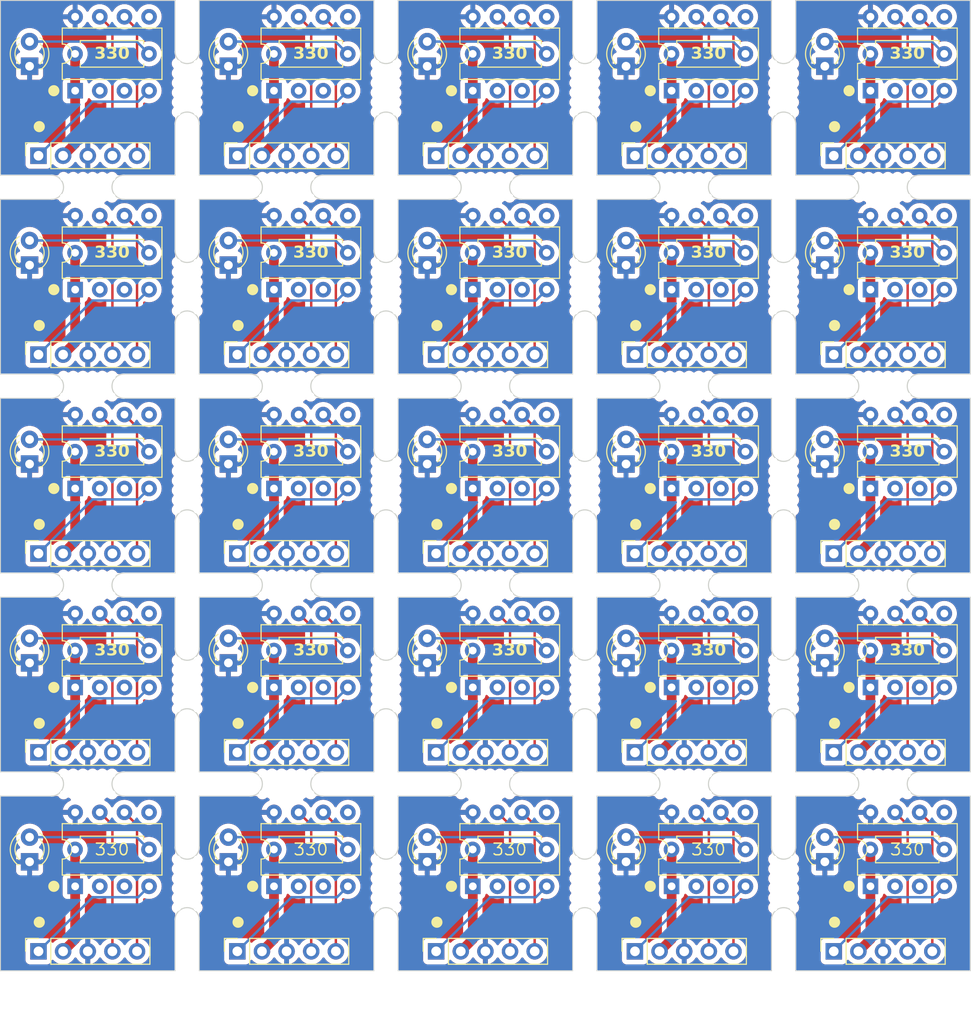
<source format=kicad_pcb>
(kicad_pcb (version 20221018) (generator pcbnew)
  (layers (0 "F.Cu" signal) (31 "B.Cu" signal) (34 "B.Paste" user) (35 "F.Paste" user) (36 "B.SilkS" user "B.Silkscreen") (37 "F.SilkS" user "F.Silkscreen") (38 "B.Mask" user) (39 "F.Mask" user) (44 "Edge.Cuts" user))
  (net 0 "")
  (net 1 "GND")
  (net 2 "Net-(D1-A)")
  (net 3 "MCLR_VPP")
  (net 4 "VDD")
  (net 5 "ICSPDAT")
  (net 6 "ICSPCLK")
  (footprint "LED_THT:LED_D3.0mm" (layer "F.Cu") (at 135 97.775 90)
    (fp_text reference "D1" hide)
    (fp_text value "LED")
  )
  (footprint "Resistor_THT:R_Axial_DIN0207_L6.3mm_D2.5mm_P7.62mm_Horizontal" (layer "F.Cu") (at 98.69 55.5)
    (fp_text reference "330" hide)
    (fp_text value "330")
  )
  (footprint "LED_THT:LED_D3.0mm" (layer "F.Cu") (at 114.5 56.775 90)
    (fp_text reference "D1" hide)
    (fp_text value "LED")
  )
  (footprint "@2023__Common:Joint" (layer "F.Cu") (at 120.5 130.75 180)
    (fp_text reference "REF**" hide)
    (fp_text value "Joint")
    (fp_arc (start -3.75 -1.25) (mid -2.5 0) (end -3.75 1.25) (stroke (width 0.12)) (layer "Edge.Cuts"))
    (fp_arc (start 3.75 1.25) (mid 2.5 0) (end 3.75 -1.25) (stroke (width 0.12)) (layer "Edge.Cuts"))
  )
  (footprint "Connector_PinSocket_2.54mm:PinSocket_1x05_P2.54mm_Vertical" (layer "F.Cu") (at 94.92 86.5 90)
    (fp_text reference "J1" hide)
    (fp_text value "Conn_01x05_Socket")
  )
  (footprint "Package_DIP:DIP-8_W7.62mm" (layer "F.Cu") (at 78.2 100.3 90)
    (fp_text reference "U1" hide)
    (fp_text value "PIC12F683-IP")
  )
  (footprint "Connector_PinSocket_2.54mm:PinSocket_1x05_P2.54mm_Vertical" (layer "F.Cu") (at 74.42 107 90)
    (fp_text reference "J1" hide)
    (fp_text value "Conn_01x05_Socket")
  )
  (footprint "Package_DIP:DIP-8_W7.62mm" (layer "F.Cu") (at 78.2 141.3 90)
    (fp_text reference "U1" hide)
    (fp_text value "PIC12F683-IP")
  )
  (footprint "@2023__Common:Joint" (layer "F.Cu") (at 79.5 110.25 180)
    (fp_text reference "REF**" hide)
    (fp_text value "Joint")
    (fp_arc (start -3.75 -1.25) (mid -2.5 0) (end -3.75 1.25) (stroke (width 0.12)) (layer "Edge.Cuts"))
    (fp_arc (start 3.75 1.25) (mid 2.5 0) (end 3.75 -1.25) (stroke (width 0.12)) (layer "Edge.Cuts"))
  )
  (footprint "@2023__Common:Joint" (layer "F.Cu") (at 69.25 79.5 90)
    (fp_text reference "REF**" hide)
    (fp_text value "Joint")
    (fp_arc (start -3.75 -1.25) (mid -2.5 0) (end -3.75 1.25) (stroke (width 0.12)) (layer "Edge.Cuts"))
    (fp_arc (start 3.75 1.25) (mid 2.5 0) (end 3.75 -1.25) (stroke (width 0.12)) (layer "Edge.Cuts"))
  )
  (footprint "Resistor_THT:R_Axial_DIN0207_L6.3mm_D2.5mm_P7.62mm_Horizontal" (layer "F.Cu") (at 57.69 55.5)
    (fp_text reference "330" hide)
    (fp_text value "330")
  )
  (footprint "LED_THT:LED_D3.0mm" (layer "F.Cu") (at 73.5 97.775 90)
    (fp_text reference "D1" hide)
    (fp_text value "LED")
  )
  (footprint "LED_THT:LED_D3.0mm" (layer "F.Cu") (at 94 97.775 90)
    (fp_text reference "D1" hide)
    (fp_text value "LED")
  )
  (footprint "@2023__Common:Joint" (layer "F.Cu") (at 141 89.75 180)
    (fp_text reference "REF**" hide)
    (fp_text value "Joint")
    (fp_arc (start -3.75 -1.25) (mid -2.5 0) (end -3.75 1.25) (stroke (width 0.12)) (layer "Edge.Cuts"))
    (fp_arc (start 3.75 1.25) (mid 2.5 0) (end 3.75 -1.25) (stroke (width 0.12)) (layer "Edge.Cuts"))
  )
  (footprint "LED_THT:LED_D3.0mm" (layer "F.Cu") (at 53 77.275 90)
    (fp_text reference "D1" hide)
    (fp_text value "LED")
  )
  (footprint "Connector_PinSocket_2.54mm:PinSocket_1x05_P2.54mm_Vertical" (layer "F.Cu") (at 115.42 127.5 90)
    (fp_text reference "J1" hide)
    (fp_text value "Conn_01x05_Socket")
  )
  (footprint "@2023__Common:Joint" (layer "F.Cu") (at 130.75 79.5 90)
    (fp_text reference "REF**" hide)
    (fp_text value "Joint")
    (fp_arc (start -3.75 -1.25) (mid -2.5 0) (end -3.75 1.25) (stroke (width 0.12)) (layer "Edge.Cuts"))
    (fp_arc (start 3.75 1.25) (mid 2.5 0) (end 3.75 -1.25) (stroke (width 0.12)) (layer "Edge.Cuts"))
  )
  (footprint "Package_DIP:DIP-8_W7.62mm" (layer "F.Cu") (at 98.7 79.8 90)
    (fp_text reference "U1" hide)
    (fp_text value "PIC12F683-IP")
  )
  (footprint "@2023__Common:Joint" (layer "F.Cu") (at 89.75 120.5 90)
    (fp_text reference "REF**" hide)
    (fp_text value "Joint")
    (fp_arc (start -3.75 -1.25) (mid -2.5 0) (end -3.75 1.25) (stroke (width 0.12)) (layer "Edge.Cuts"))
    (fp_arc (start 3.75 1.25) (mid 2.5 0) (end 3.75 -1.25) (stroke (width 0.12)) (layer "Edge.Cuts"))
  )
  (footprint "@2023__Common:Joint" (layer "F.Cu") (at 130.75 59 90)
    (fp_text reference "REF**" hide)
    (fp_text value "Joint")
    (fp_arc (start -3.75 -1.25) (mid -2.5 0) (end -3.75 1.25) (stroke (width 0.12)) (layer "Edge.Cuts"))
    (fp_arc (start 3.75 1.25) (mid 2.5 0) (end 3.75 -1.25) (stroke (width 0.12)) (layer "Edge.Cuts"))
  )
  (footprint "Resistor_THT:R_Axial_DIN0207_L6.3mm_D2.5mm_P7.62mm_Horizontal" (layer "F.Cu") (at 139.69 76)
    (fp_text reference "330" hide)
    (fp_text value "330")
  )
  (footprint "Connector_PinSocket_2.54mm:PinSocket_1x05_P2.54mm_Vertical" (layer "F.Cu") (at 53.92 66 90)
    (fp_text reference "J1" hide)
    (fp_text value "Conn_01x05_Socket")
  )
  (footprint "Package_DIP:DIP-8_W7.62mm" (layer "F.Cu") (at 139.7 100.3 90)
    (fp_text reference "U1" hide)
    (fp_text value "PIC12F683-IP")
  )
  (footprint "LED_THT:LED_D3.0mm" (layer "F.Cu") (at 135 56.775 90)
    (fp_text reference "D1" hide)
    (fp_text value "LED")
  )
  (footprint "Package_DIP:DIP-8_W7.62mm" (layer "F.Cu") (at 57.7 120.8 90)
    (fp_text reference "U1" hide)
    (fp_text value "PIC12F683-IP")
  )
  (footprint "LED_THT:LED_D3.0mm" (layer "F.Cu") (at 135 118.275 90)
    (fp_text reference "D1" hide)
    (fp_text value "LED")
  )
  (footprint "Package_DIP:DIP-8_W7.62mm" (layer "F.Cu") (at 119.2 120.8 90)
    (fp_text reference "U1" hide)
    (fp_text value "PIC12F683-IP")
  )
  (footprint "Connector_PinSocket_2.54mm:PinSocket_1x05_P2.54mm_Vertical" (layer "F.Cu") (at 115.42 86.5 90)
    (fp_text reference "J1" hide)
    (fp_text value "Conn_01x05_Socket")
  )
  (footprint "LED_THT:LED_D3.0mm" (layer "F.Cu") (at 53 97.775 90)
    (fp_text reference "D1" hide)
    (fp_text value "LED")
  )
  (footprint "Resistor_THT:R_Axial_DIN0207_L6.3mm_D2.5mm_P7.62mm_Horizontal" (layer "F.Cu") (at 119.19 117)
    (fp_text reference "330" hide)
    (fp_text value "330")
  )
  (footprint "@2023__Common:Joint" (layer "F.Cu") (at 69.25 120.5 90)
    (fp_text reference "REF**" hide)
    (fp_text value "Joint")
    (fp_arc (start -3.75 -1.25) (mid -2.5 0) (end -3.75 1.25) (stroke (width 0.12)) (layer "Edge.Cuts"))
    (fp_arc (start 3.75 1.25) (mid 2.5 0) (end 3.75 -1.25) (stroke (width 0.12)) (layer "Edge.Cuts"))
  )
  (footprint "Package_DIP:DIP-8_W7.62mm" (layer "F.Cu") (at 98.7 120.8 90)
    (fp_text reference "U1" hide)
    (fp_text value "PIC12F683-IP")
  )
  (footprint "LED_THT:LED_D3.0mm" (layer "F.Cu") (at 73.5 138.775 90)
    (fp_text reference "D1" hide)
    (fp_text value "LED")
  )
  (footprint "LED_THT:LED_D3.0mm" (layer "F.Cu") (at 94 118.275 90)
    (fp_text reference "D1" hide)
    (fp_text value "LED")
  )
  (footprint "Resistor_THT:R_Axial_DIN0207_L6.3mm_D2.5mm_P7.62mm_Horizontal" (layer "F.Cu") (at 139.69 55.5)
    (fp_text reference "330" hide)
    (fp_text value "330")
  )
  (footprint "LED_THT:LED_D3.0mm" (layer "F.Cu") (at 94 138.775 90)
    (fp_text reference "D1" hide)
    (fp_text value "LED")
  )
  (footprint "Resistor_THT:R_Axial_DIN0207_L6.3mm_D2.5mm_P7.62mm_Horizontal" (layer "F.Cu") (at 139.69 117)
    (fp_text reference "330" hide)
    (fp_text value "330")
  )
  (footprint "LED_THT:LED_D3.0mm" (layer "F.Cu") (at 53 56.775 90)
    (fp_text reference "D1" hide)
    (fp_text value "LED")
  )
  (footprint "Connector_PinSocket_2.54mm:PinSocket_1x05_P2.54mm_Vertical" (layer "F.Cu") (at 74.42 148 90)
    (fp_text reference "J1" hide)
    (fp_text value "Conn_01x05_Socket")
  )
  (footprint "Connector_PinSocket_2.54mm:PinSocket_1x05_P2.54mm_Vertical" (layer "F.Cu") (at 53.92 127.5 90)
    (fp_text reference "J1" hide)
    (fp_text value "Conn_01x05_Socket")
  )
  (footprint "Connector_PinSocket_2.54mm:PinSocket_1x05_P2.54mm_Vertical" (layer "F.Cu") (at 115.42 107 90)
    (fp_text reference "J1" hide)
    (fp_text value "Conn_01x05_Socket")
  )
  (footprint "Package_DIP:DIP-8_W7.62mm" (layer "F.Cu") (at 78.2 120.8 90)
    (fp_text reference "U1" hide)
    (fp_text value "PIC12F683-IP")
  )
  (footprint "Connector_PinSocket_2.54mm:PinSocket_1x05_P2.54mm_Vertical" (layer "F.Cu") (at 53.92 86.5 90)
    (fp_text reference "J1" hide)
    (fp_text value "Conn_01x05_Socket")
  )
  (footprint "LED_THT:LED_D3.0mm" (layer "F.Cu") (at 73.5 77.275 90)
    (fp_text reference "D1" hide)
    (fp_text value "LED")
  )
  (footprint "Package_DIP:DIP-8_W7.62mm" (layer "F.Cu") (at 119.2 100.3 90)
    (fp_text reference "U1" hide)
    (fp_text value "PIC12F683-IP")
  )
  (footprint "Connector_PinSocket_2.54mm:PinSocket_1x05_P2.54mm_Vertical" (layer "F.Cu") (at 115.42 66 90)
    (fp_text reference "J1" hide)
    (fp_text value "Conn_01x05_Socket")
  )
  (footprint "@2023__Common:Joint" (layer "F.Cu") (at 141 110.25 180)
    (fp_text reference "REF**" hide)
    (fp_text value "Joint")
    (fp_arc (start -3.75 -1.25) (mid -2.5 0) (end -3.75 1.25) (stroke (width 0.12)) (layer "Edge.Cuts"))
    (fp_arc (start 3.75 1.25) (mid 2.5 0) (end 3.75 -1.25) (stroke (width 0.12)) (layer "Edge.Cuts"))
  )
  (footprint "@2023__Common:Joint" (layer "F.Cu") (at 89.75 141 90)
    (fp_text reference "REF**" hide)
    (fp_text value "Joint")
    (fp_arc (start -3.75 -1.25) (mid -2.5 0) (end -3.75 1.25) (stroke (width 0.12)) (layer "Edge.Cuts"))
    (fp_arc (start 3.75 1.25) (mid 2.5 0) (end 3.75 -1.25) (stroke (width 0.12)) (layer "Edge.Cuts"))
  )
  (footprint "@2023__Common:Joint" (layer "F.Cu") (at 120.5 89.75 180)
    (fp_text reference "REF**" hide)
    (fp_text value "Joint")
    (fp_arc (start -3.75 -1.25) (mid -2.5 0) (end -3.75 1.25) (stroke (width 0.12)) (layer "Edge.Cuts"))
    (fp_arc (start 3.75 1.25) (mid 2.5 0) (end 3.75 -1.25) (stroke (width 0.12)) (layer "Edge.Cuts"))
  )
  (footprint "Resistor_THT:R_Axial_DIN0207_L6.3mm_D2.5mm_P7.62mm_Horizontal" (layer "F.Cu") (at 139.69 137.5)
    (fp_text reference "330")
    (fp_text value "330")
  )
  (footprint "Package_DIP:DIP-8_W7.62mm" (layer "F.Cu") (at 57.7 100.3 90)
    (fp_text reference "U1" hide)
    (fp_text value "PIC12F683-IP")
  )
  (footprint "LED_THT:LED_D3.0mm" (layer "F.Cu") (at 53 138.775 90)
    (fp_text reference "D1" hide)
    (fp_text value "LED")
  )
  (footprint "Resistor_THT:R_Axial_DIN0207_L6.3mm_D2.5mm_P7.62mm_Horizontal" (layer "F.Cu") (at 78.19 137.5)
    (fp_text reference "330")
    (fp_text value "330")
  )
  (footprint "@2023__Common:Joint" (layer "F.Cu") (at 79.5 130.75 180)
    (fp_text reference "REF**" hide)
    (fp_text value "Joint")
    (fp_arc (start -3.75 -1.25) (mid -2.5 0) (end -3.75 1.25) (stroke (width 0.12)) (layer "Edge.Cuts"))
    (fp_arc (start 3.75 1.25) (mid 2.5 0) (end 3.75 -1.25) (stroke (width 0.12)) (layer "Edge.Cuts"))
  )
  (footprint "@2023__Common:Joint" (layer "F.Cu") (at 100 130.75 180)
    (fp_text reference "REF**" hide)
    (fp_text value "Joint")
    (fp_arc (start -3.75 -1.25) (mid -2.5 0) (end -3.75 1.25) (stroke (width 0.12)) (layer "Edge.Cuts"))
    (fp_arc (start 3.75 1.25) (mid 2.5 0) (end 3.75 -1.25) (stroke (width 0.12)) (layer "Edge.Cuts"))
  )
  (footprint "Resistor_THT:R_Axial_DIN0207_L6.3mm_D2.5mm_P7.62mm_Horizontal" (layer "F.Cu") (at 119.19 96.5)
    (fp_text reference "330" hide)
    (fp_text value "330")
  )
  (footprint "Connector_PinSocket_2.54mm:PinSocket_1x05_P2.54mm_Vertical" (layer "F.Cu") (at 94.92 148 90)
    (fp_text reference "J1" hide)
    (fp_text value "Conn_01x05_Socket")
  )
  (footprint "LED_THT:LED_D3.0mm" (layer "F.Cu") (at 94 56.775 90)
    (fp_text reference "D1" hide)
    (fp_text value "LED")
  )
  (footprint "Package_DIP:DIP-8_W7.62mm" (layer "F.Cu") (at 98.7 59.3 90)
    (fp_text reference "U1" hide)
    (fp_text value "PIC12F683-IP")
  )
  (footprint "Package_DIP:DIP-8_W7.62mm" (layer "F.Cu") (at 57.7 141.3 90)
    (fp_text reference "U1" hide)
    (fp_text value "PIC12F683-IP")
  )
  (footprint "Package_DIP:DIP-8_W7.62mm" (layer "F.Cu") (at 139.7 59.3 90)
    (fp_text reference "U1" hide)
    (fp_text value "PIC12F683-IP")
  )
  (footprint "Package_DIP:DIP-8_W7.62mm" (layer "F.Cu") (at 119.2 141.3 90)
    (fp_text reference "U1" hide)
    (fp_text value "PIC12F683-IP")
  )
  (footprint "Connector_PinSocket_2.54mm:PinSocket_1x05_P2.54mm_Vertical" (layer "F.Cu") (at 74.42 66 90)
    (fp_text reference "J1" hide)
    (fp_text value "Conn_01x05_Socket")
  )
  (footprint "@2023__Common:Joint" (layer "F.Cu") (at 120.5 69.25 180)
    (fp_text reference "REF**" hide)
    (fp_text value "Joint")
    (fp_arc (start -3.75 -1.25) (mid -2.5 0) (end -3.75 1.25) (stroke (width 0.12)) (layer "Edge.Cuts"))
    (fp_arc (start 3.75 1.25) (mid 2.5 0) (end 3.75 -1.25) (stroke (width 0.12)) (layer "Edge.Cuts"))
  )
  (footprint "@2023__Common:Joint" (layer "F.Cu") (at 120.5 110.25 180)
    (fp_text reference "REF**" hide)
    (fp_text value "Joint")
    (fp_arc (start -3.75 -1.25) (mid -2.5 0) (end -3.75 1.25) (stroke (width 0.12)) (layer "Edge.Cuts"))
    (fp_arc (start 3.75 1.25) (mid 2.5 0) (end 3.75 -1.25) (stroke (width 0.12)) (layer "Edge.Cuts"))
  )
  (footprint "@2023__Common:Joint" (layer "F.Cu") (at 59 110.25 180)
    (fp_text reference "REF**" hide)
    (fp_text value "Joint")
    (fp_arc (start -3.75 -1.25) (mid -2.5 0) (end -3.75 1.25) (stroke (width 0.12)) (layer "Edge.Cuts"))
    (fp_arc (start 3.75 1.25) (mid 2.5 0) (end 3.75 -1.25) (stroke (width 0.12)) (layer "Edge.Cuts"))
  )
  (footprint "LED_THT:LED_D3.0mm" (layer "F.Cu") (at 135 77.275 90)
    (fp_text reference "D1" hide)
    (fp_text value "LED")
  )
  (footprint "Resistor_THT:R_Axial_DIN0207_L6.3mm_D2.5mm_P7.62mm_Horizontal" (layer "F.Cu") (at 57.69 137.5)
    (fp_text reference "330")
    (fp_text value "330")
  )
  (footprint "Connector_PinSocket_2.54mm:PinSocket_1x05_P2.54mm_Vertical" (layer "F.Cu") (at 135.92 86.5 90)
    (fp_text reference "J1" hide)
    (fp_text value "Conn_01x05_Socket")
  )
  (footprint "@2023__Common:Joint" (layer "F.Cu") (at 79.5 69.25 180)
    (fp_text reference "REF**" hide)
    (fp_text value "Joint")
    (fp_arc (start -3.75 -1.25) (mid -2.5 0) (end -3.75 1.25) (stroke (width 0.12)) (layer "Edge.Cuts"))
    (fp_arc (start 3.75 1.25) (mid 2.5 0) (end 3.75 -1.25) (stroke (width 0.12)) (layer "Edge.Cuts"))
  )
  (footprint "Connector_PinSocket_2.54mm:PinSocket_1x05_P2.54mm_Vertical" (layer "F.Cu") (at 115.42 148 90)
    (fp_text reference "J1" hide)
    (fp_text value "Conn_01x05_Socket")
  )
  (footprint "LED_THT:LED_D3.0mm" (layer "F.Cu") (at 114.5 138.775 90)
    (fp_text reference "D1" hide)
    (fp_text value "LED")
  )
  (footprint "Connector_PinSocket_2.54mm:PinSocket_1x05_P2.54mm_Vertical" (layer "F.Cu") (at 94.92 107 90)
    (fp_text reference "J1" hide)
    (fp_text value "Conn_01x05_Socket")
  )
  (footprint "@2023__Common:Joint" (layer "F.Cu") (at 89.75 100 90)
    (fp_text reference "REF**" hide)
    (fp_text value "Joint")
    (fp_arc (start -3.75 -1.25) (mid -2.5 0) (end -3.75 1.25) (stroke (width 0.12)) (layer "Edge.Cuts"))
    (fp_arc (start 3.75 1.25) (mid 2.5 0) (end 3.75 -1.25) (stroke (width 0.12)) (layer "Edge.Cuts"))
  )
  (footprint "@2023__Common:Joint" (layer "F.Cu") (at 89.75 59 90)
    (fp_text reference "REF**" hide)
    (fp_text value "Joint")
    (fp_arc (start -3.75 -1.25) (mid -2.5 0) (end -3.75 1.25) (stroke (width 0.12)) (layer "Edge.Cuts"))
    (fp_arc (start 3.75 1.25) (mid 2.5 0) (end 3.75 -1.25) (stroke (width 0.12)) (layer "Edge.Cuts"))
  )
  (footprint "Connector_PinSocket_2.54mm:PinSocket_1x05_P2.54mm_Vertical" (layer "F.Cu") (at 135.92 66 90)
    (fp_text reference "J1" hide)
    (fp_text value "Conn_01x05_Socket")
  )
  (footprint "@2023__Common:Joint" (layer "F.Cu") (at 69.25 59 90)
    (fp_text reference "REF**" hide)
    (fp_text value "Joint")
    (fp_arc (start -3.75 -1.25) (mid -2.5 0) (end -3.75 1.25) (stroke (width 0.12)) (layer "Edge.Cuts"))
    (fp_arc (start 3.75 1.25) (mid 2.5 0) (end 3.75 -1.25) (stroke (width 0.12)) (layer "Edge.Cuts"))
  )
  (footprint "LED_THT:LED_D3.0mm" (layer "F.Cu") (at 114.5 118.275 90)
    (fp_text reference "D1" hide)
    (fp_text value "LED")
  )
  (footprint "Connector_PinSocket_2.54mm:PinSocket_1x05_P2.54mm_Vertical" (layer "F.Cu") (at 135.92 127.5 90)
    (fp_text reference "J1" hide)
    (fp_text value "Conn_01x05_Socket")
  )
  (footprint "Package_DIP:DIP-8_W7.62mm" (layer "F.Cu") (at 139.7 79.8 90)
    (fp_text reference "U1" hide)
    (fp_text value "PIC12F683-IP")
  )
  (footprint "@2023__Common:Joint" (layer "F.Cu") (at 130.75 120.5 90)
    (fp_text reference "REF**" hide)
    (fp_text value "Joint")
    (fp_arc (start -3.75 -1.25) (mid -2.5 0) (end -3.75 1.25) (stroke (width 0.12)) (layer "Edge.Cuts"))
    (fp_arc (start 3.75 1.25) (mid 2.5 0) (end 3.75 -1.25) (stroke (width 0.12)) (layer "Edge.Cuts"))
  )
  (footprint "Package_DIP:DIP-8_W7.62mm" (layer "F.Cu") (at 78.2 79.8 90)
    (fp_text reference "U1" hide)
    (fp_text value "PIC12F683-IP")
  )
  (footprint "LED_THT:LED_D3.0mm" (layer "F.Cu") (at 135 138.775 90)
    (fp_text reference "D1" hide)
    (fp_text value "LED")
  )
  (footprint "Connector_PinSocket_2.54mm:PinSocket_1x05_P2.54mm_Vertical" (layer "F.Cu") (at 94.92 127.5 90)
    (fp_text reference "J1" hide)
    (fp_text value "Conn_01x05_Socket")
  )
  (footprint "Resistor_THT:R_Axial_DIN0207_L6.3mm_D2.5mm_P7.62mm_Horizontal" (layer "F.Cu") (at 78.19 117)
    (fp_text reference "330" hide)
    (fp_text value "330")
  )
  (footprint "@2023__Common:Joint" (layer "F.Cu") (at 110.25 120.5 90)
    (fp_text reference "REF**" hide)
    (fp_text value "Joint")
    (fp_arc (start -3.75 -1.25) (mid -2.5 0) (end -3.75 1.25) (stroke (width 0.12)) (layer "Edge.Cuts"))
    (fp_arc (start 3.75 1.25) (mid 2.5 0) (end 3.75 -1.25) (stroke (width 0.12)) (layer "Edge.Cuts"))
  )
  (footprint "Connector_PinSocket_2.54mm:PinSocket_1x05_P2.54mm_Vertical" (layer "F.Cu") (at 135.92 107 90)
    (fp_text reference "J1" hide)
    (fp_text value "Conn_01x05_Socket")
  )
  (footprint "@2023__Common:Joint" (layer "F.Cu") (at 141 69.25 180)
    (fp_text reference "REF**" hide)
    (fp_text value "Joint")
    (fp_arc (start -3.75 -1.25) (mid -2.5 0) (end -3.75 1.25) (stroke (width 0.12)) (layer "Edge.Cuts"))
    (fp_arc (start 3.75 1.25) (mid 2.5 0) (end 3.75 -1.25) (stroke (width 0.12)) (layer "Edge.Cuts"))
  )
  (footprint "Package_DIP:DIP-8_W7.62mm" (layer "F.Cu") (at 98.7 141.3 90)
    (fp_text reference "U1" hide)
    (fp_text value "PIC12F683-IP")
  )
  (footprint "Package_DIP:DIP-8_W7.62mm" (layer "F.Cu") (at 139.7 141.3 90)
    (fp_text reference "U1" hide)
    (fp_text value "PIC12F683-IP")
  )
  (footprint "Resistor_THT:R_Axial_DIN0207_L6.3mm_D2.5mm_P7.62mm_Horizontal" (layer "F.Cu") (at 119.19 137.5)
    (fp_text reference "330")
    (fp_text value "330")
  )
  (footprint "@2023__Common:Joint" (layer "F.Cu") (at 79.5 89.75 180)
    (fp_text reference "REF**" hide)
    (fp_text value "Joint")
    (fp_arc (start -3.75 -1.25) (mid -2.5 0) (end -3.75 1.25) (stroke (width 0.12)) (layer "Edge.Cuts"))
    (fp_arc (start 3.75 1.25) (mid 2.5 0) (end 3.75 -1.25) (stroke (width 0.12)) (layer "Edge.Cuts"))
  )
  (footprint "Connector_PinSocket_2.54mm:PinSocket_1x05_P2.54mm_Vertical" (layer "F.Cu") (at 53.92 107 90)
    (fp_text reference "J1" hide)
    (fp_text value "Conn_01x05_Socket")
  )
  (footprint "LED_THT:LED_D3.0mm" (layer "F.Cu") (at 114.5 77.275 90)
    (fp_text reference "D1" hide)
    (fp_text value "LED")
  )
  (footprint "Resistor_THT:R_Axial_DIN0207_L6.3mm_D2.5mm_P7.62mm_Horizontal" (layer "F.Cu") (at 78.19 76)
    (fp_text reference "330" hide)
    (fp_text value "330")
  )
  (footprint "Resistor_THT:R_Axial_DIN0207_L6.3mm_D2.5mm_P7.62mm_Horizontal" (layer "F.Cu") (at 98.69 137.5)
    (fp_text reference "330")
    (fp_text value "330")
  )
  (footprint "@2023__Common:Joint" (layer "F.Cu") (at 110.25 100 90)
    (fp_text reference "REF**" hide)
    (fp_text value "Joint")
    (fp_arc (start -3.75 -1.25) (mid -2.5 0) (end -3.75 1.25) (stroke (width 0.12)) (layer "Edge.Cuts"))
    (fp_arc (start 3.75 1.25) (mid 2.5 0) (end 3.75 -1.25) (stroke (width 0.12)) (layer "Edge.Cuts"))
  )
  (footprint "Package_DIP:DIP-8_W7.62mm" (layer "F.Cu") (at 78.2 59.3 90)
    (fp_text reference "U1" hide)
    (fp_text value "PIC12F683-IP")
  )
  (footprint "Resistor_THT:R_Axial_DIN0207_L6.3mm_D2.5mm_P7.62mm_Horizontal" (layer "F.Cu") (at 119.19 55.5)
    (fp_text reference "330" hide)
    (fp_text value "330")
  )
  (footprint "Package_DIP:DIP-8_W7.62mm" (layer "F.Cu") (at 119.2 59.3 90)
    (fp_text reference "U1" hide)
    (fp_text value "PIC12F683-IP")
  )
  (footprint "Package_DIP:DIP-8_W7.62mm" (layer "F.Cu") (at 119.2 79.8 90)
    (fp_text reference "U1" hide)
    (fp_text value "PIC12F683-IP")
  )
  (footprint "Connector_PinSocket_2.54mm:PinSocket_1x05_P2.54mm_Vertical" (layer "F.Cu") (at 53.92 148 90)
    (fp_text reference "J1" hide)
    (fp_text value "Conn_01x05_Socket")
  )
  (footprint "Connector_PinSocket_2.54mm:PinSocket_1x05_P2.54mm_Vertical" (layer "F.Cu") (at 135.92 148 90)
    (fp_text reference "J1" hide)
    (fp_text value "Conn_01x05_Socket")
  )
  (footprint "Package_DIP:DIP-8_W7.62mm" (layer "F.Cu") (at 98.7 100.3 90)
    (fp_text reference "U1" hide)
    (fp_text value "PIC12F683-IP")
  )
  (footprint "@2023__Common:Joint" (layer "F.Cu") (at 69.25 141 90)
    (fp_text reference "REF**" hide)
    (fp_text value "Joint")
    (fp_arc (start -3.75 -1.25) (mid -2.5 0) (end -3.75 1.25) (stroke (width 0.12)) (layer "Edge.Cuts"))
    (fp_arc (start 3.75 1.25) (mid 2.5 0) (end 3.75 -1.25) (stroke (width 0.12)) (layer "Edge.Cuts"))
  )
  (footprint "Resistor_THT:R_Axial_DIN0207_L6.3mm_D2.5mm_P7.62mm_Horizontal" (layer "F.Cu") (at 78.19 96.5)
    (fp_text reference "330" hide)
    (fp_text value "330")
  )
  (footprint "Package_DIP:DIP-8_W7.62mm" (layer "F.Cu") (at 139.7 120.8 90)
    (fp_text reference "U1" hide)
    (fp_text value "PIC12F683-IP")
  )
  (footprint "@2023__Common:Joint" (layer "F.Cu") (at 141 130.75 180)
    (fp_text reference "REF**" hide)
    (fp_text value "Joint")
    (fp_arc (start -3.75 -1.25) (mid -2.5 0) (end -3.75 1.25) (stroke (width 0.12)) (layer "Edge.Cuts"))
    (fp_arc (start 3.75 1.25) (mid 2.5 0) (end 3.75 -1.25) (stroke (width 0.12)) (layer "Edge.Cuts"))
  )
  (footprint "Package_DIP:DIP-8_W7.62mm" (layer "F.Cu") (at 57.7 79.8 90)
    (fp_text reference "U1" hide)
    (fp_text value "PIC12F683-IP")
  )
  (footprint "@2023__Common:Joint" (layer "F.Cu") (at 59 69.25 180)
    (fp_text reference "REF**" hide)
    (fp_text value "Joint")
    (fp_arc (start -3.75 -1.25) (mid -2.5 0) (end -3.75 1.25) (stroke (width 0.12)) (layer "Edge.Cuts"))
    (fp_arc (start 3.75 1.25) (mid 2.5 0) (end 3.75 -1.25) (stroke (width 0.12)) (layer "Edge.Cuts"))
  )
  (footprint "Connector_PinSocket_2.54mm:PinSocket_1x05_P2.54mm_Vertical" (layer "F.Cu") (at 74.42 86.5 90)
    (fp_text reference "J1" hide)
    (fp_text value "Conn_01x05_Socket")
  )
  (footprint "@2023__Common:Joint" (layer "F.Cu") (at 110.25 141 90)
    (fp_text reference "REF**" hide)
    (fp_text value "Joint")
    (fp_arc (start -3.75 -1.25) (mid -2.5 0) (end -3.75 1.25) (stroke (width 0.12)) (layer "Edge.Cuts"))
    (fp_arc (start 3.75 1.25) (mid 2.5 0) (end 3.75 -1.25) (stroke (width 0.12)) (layer "Edge.Cuts"))
  )
  (footprint "@2023__Common:Joint" (layer "F.Cu") (at 110.25 79.5 90)
    (fp_text reference "REF**" hide)
    (fp_text value "Joint")
    (fp_arc (start -3.75 -1.25) (mid -2.5 0) (end -3.75 1.25) (stroke (width 0.12)) (layer "Edge.Cuts"))
    (fp_arc (start 3.75 1.25) (mid 2.5 0) (end 3.75 -1.25) (stroke (width 0.12)) (layer "Edge.Cuts"))
  )
  (footprint "@2023__Common:Joint" (layer "F.Cu") (at 100 110.25 180)
    (fp_text reference "REF**" hide)
    (fp_text value "Joint")
    (fp_arc (start -3.75 -1.25) (mid -2.5 0) (end -3.75 1.25) (stroke (width 0.12)) (layer "Edge.Cuts"))
    (fp_arc (start 3.75 1.25) (mid 2.5 0) (end 3.75 -1.25) (stroke (width 0.12)) (layer "Edge.Cuts"))
  )
  (footprint "Package_DIP:DIP-8_W7.62mm" (layer "F.Cu") (at 57.7 59.3 90)
    (fp_text reference "U1" hide)
    (fp_text value "PIC12F683-IP")
  )
  (footprint "LED_THT:LED_D3.0mm" (layer "F.Cu") (at 73.5 118.275 90)
    (fp_text reference "D1" hide)
    (fp_text value "LED")
  )
  (footprint "@2023__Common:Joint" (layer "F.Cu") (at 110.25 59 90)
    (fp_text reference "REF**" hide)
    (fp_text value "Joint")
    (fp_arc (start -3.75 -1.25) (mid -2.5 0) (end -3.75 1.25) (stroke (width 0.12)) (layer "Edge.Cuts"))
    (fp_arc (start 3.75 1.25) (mid 2.5 0) (end 3.75 -1.25) (stroke (width 0.12)) (layer "Edge.Cuts"))
  )
  (footprint "@2023__Common:Joint" (layer "F.Cu") (at 59 89.75 180)
    (fp_text reference "REF**" hide)
    (fp_text value "Joint")
    (fp_arc (start -3.75 -1.25) (mid -2.5 0) (end -3.75 1.25) (stroke (width 0.12)) (layer "Edge.Cuts"))
    (fp_arc (start 3.75 1.25) (mid 2.5 0) (end 3.75 -1.25) (stroke (width 0.12)) (layer "Edge.Cuts"))
  )
  (footprint "@2023__Common:Joint" (layer "F.Cu") (at 59 130.75 180)
    (fp_text reference "REF**" hide)
    (fp_text value "Joint")
    (fp_arc (start -3.75 -1.25) (mid -2.5 0) (end -3.75 1.25) (stroke (width 0.12)) (layer "Edge.Cuts"))
    (fp_arc (start 3.75 1.25) (mid 2.5 0) (end 3.75 -1.25) (stroke (width 0.12)) (layer "Edge.Cuts"))
  )
  (footprint "Resistor_THT:R_Axial_DIN0207_L6.3mm_D2.5mm_P7.62mm_Horizontal" (layer "F.Cu") (at 119.19 76)
    (fp_text reference "330" hide)
    (fp_text value "330")
  )
  (footprint "LED_THT:LED_D3.0mm" (layer "F.Cu") (at 53 118.275 90)
    (fp_text reference "D1" hide)
    (fp_text value "LED")
  )
  (footprint "Resistor_THT:R_Axial_DIN0207_L6.3mm_D2.5mm_P7.62mm_Horizontal" (layer "F.Cu") (at 78.19 55.5)
    (fp_text reference "330" hide)
    (fp_text value "330")
  )
  (footprint "@2023__Common:Joint" (layer "F.Cu") (at 100 89.75 180)
    (fp_text reference "REF**" hide)
    (fp_text value "Joint")
    (fp_arc (start -3.75 -1.25) (mid -2.5 0) (end -3.75 1.25) (stroke (width 0.12)) (layer "Edge.Cuts"))
    (fp_arc (start 3.75 1.25) (mid 2.5 0) (end 3.75 -1.25) (stroke (width 0.12)) (layer "Edge.Cuts"))
  )
  (footprint "Connector_PinSocket_2.54mm:PinSocket_1x05_P2.54mm_Vertical" (layer "F.Cu") (at 94.92 66 90)
    (fp_text reference "J1" hide)
    (fp_text value "Conn_01x05_Socket")
  )
  (footprint "LED_THT:LED_D3.0mm" (layer "F.Cu") (at 94 77.275 90)
    (fp_text reference "D1" hide)
    (fp_text value "LED")
  )
  (footprint "Resistor_THT:R_Axial_DIN0207_L6.3mm_D2.5mm_P7.62mm_Horizontal" (layer "F.Cu") (at 57.69 76)
    (fp_text reference "330" hide)
    (fp_text value "330")
  )
  (footprint "Resistor_THT:R_Axial_DIN0207_L6.3mm_D2.5mm_P7.62mm_Horizontal" (layer "F.Cu") (at 98.69 96.5)
    (fp_text reference "330" hide)
    (fp_text value "330")
  )
  (footprint "LED_THT:LED_D3.0mm" (layer "F.Cu") (at 73.5 56.775 90)
    (fp_text reference "D1" hide)
    (fp_text value "LED")
  )
  (footprint "Resistor_THT:R_Axial_DIN0207_L6.3mm_D2.5mm_P7.62mm_Horizontal" (layer "F.Cu") (at 139.69 96.5)
    (fp_text reference "330" hide)
    (fp_text value "330")
  )
  (footprint "LED_THT:LED_D3.0mm" (layer "F.Cu") (at 114.5 97.775 90)
    (fp_text reference "D1" hide)
    (fp_text value "LED")
  )
  (footprint "@2023__Common:Joint" (layer "F.Cu") (at 89.75 79.5 90)
    (fp_text reference "REF**" hide)
    (fp_text value "Joint")
    (fp_arc (start -3.75 -1.25) (mid -2.5 0) (end -3.75 1.25) (stroke (width 0.12)) (layer "Edge.Cuts"))
    (fp_arc (start 3.75 1.25) (mid 2.5 0) (end 3.75 -1.25) (stroke (width 0.12)) (layer "Edge.Cuts"))
  )
  (footprint "@2023__Common:Joint" (layer "F.Cu") (at 100 69.25 180)
    (fp_text reference "REF**" hide)
    (fp_text value "Joint")
    (fp_arc (start -3.75 -1.25) (mid -2.5 0) (end -3.75 1.25) (stroke (width 0.12)) (layer "Edge.Cuts"))
    (fp_arc (start 3.75 1.25) (mid 2.5 0) (end 3.75 -1.25) (stroke (width 0.12)) (layer "Edge.Cuts"))
  )
  (footprint "@2023__Common:Joint" (layer "F.Cu") (at 69.25 100 90)
    (fp_text reference "REF**" hide)
    (fp_text value "Joint")
    (fp_arc (start -3.75 -1.25) (mid -2.5 0) (end -3.75 1.25) (stroke (width 0.12)) (layer "Edge.Cuts"))
    (fp_arc (start 3.75 1.25) (mid 2.5 0) (end 3.75 -1.25) (stroke (width 0.12)) (layer "Edge.Cuts"))
  )
  (footprint "Connector_PinSocket_2.54mm:PinSocket_1x05_P2.54mm_Vertical" (layer "F.Cu") (at 74.42 127.5 90)
    (fp_text reference "J1" hide)
    (fp_text value "Conn_01x05_Socket")
  )
  (footprint "@2023__Common:Joint" (layer "F.Cu") (at 130.75 141 90)
    (fp_text reference "REF**" hide)
    (fp_text value "Joint")
    (fp_arc (start -3.75 -1.25) (mid -2.5 0) (end -3.75 1.25) (stroke (width 0.12)) (layer "Edge.Cuts"))
    (fp_arc (start 3.75 1.25) (mid 2.5 0) (end 3.75 -1.25) (stroke (width 0.12)) (layer "Edge.Cuts"))
  )
  (footprint "@2023__Common:Joint" (layer "F.Cu") (at 130.75 100 90)
    (fp_text reference "REF**" hide)
    (fp_text value "Joint")
    (fp_arc (start -3.75 -1.25) (mid -2.5 0) (end -3.75 1.25) (stroke (width 0.12)) (layer "Edge.Cuts"))
    (fp_arc (start 3.75 1.25) (mid 2.5 0) (end 3.75 -1.25) (stroke (width 0.12)) (layer "Edge.Cuts"))
  )
  (footprint "Resistor_THT:R_Axial_DIN0207_L6.3mm_D2.5mm_P7.62mm_Horizontal" (layer "F.Cu") (at 98.69 117)
    (fp_text reference "330" hide)
    (fp_text value "330")
  )
  (footprint "Resistor_THT:R_Axial_DIN0207_L6.3mm_D2.5mm_P7.62mm_Horizontal" (layer "F.Cu") (at 98.69 76)
    (fp_text reference "330" hide)
    (fp_text value "330")
  )
  (footprint "Resistor_THT:R_Axial_DIN0207_L6.3mm_D2.5mm_P7.62mm_Horizontal" (layer "F.Cu") (at 57.69 117)
    (fp_text reference "330" hide)
    (fp_text value "330")
  )
  (footprint "Resistor_THT:R_Axial_DIN0207_L6.3mm_D2.5mm_P7.62mm_Horizontal" (layer "F.Cu") (at 57.69 96.5)
    (fp_text reference "330" hide)
    (fp_text value "330")
  )
  (gr_circle (center 136 145) (end 136.5 145) (stroke (width 0.15)) (fill solid) (layer "F.SilkS"))
  (gr_circle (center 95 124.5) (end 95.5 124.5) (stroke (width 0.15)) (fill solid) (layer "F.SilkS"))
  (gr_circle (center 136 63) (end 136.5 63) (stroke (width 0.15)) (fill solid) (layer "F.SilkS"))
  (gr_circle (center 137.5 100.3) (end 138 100.3) (stroke (width 0.15)) (fill solid) (layer "F.SilkS"))
  (gr_circle (center 115.5 83.5) (end 116 83.5) (stroke (width 0.15)) (fill solid) (layer "F.SilkS"))
  (gr_circle (center 54 83.5) (end 54.5 83.5) (stroke (width 0.15)) (fill solid) (layer "F.SilkS"))
  (gr_circle (center 55.5 59.3) (end 56 59.3) (stroke (width 0.15)) (fill solid) (layer "F.SilkS"))
  (gr_circle (center 76 100.3) (end 76.5 100.3) (stroke (width 0.15)) (fill solid) (layer "F.SilkS"))
  (gr_circle (center 95 63) (end 95.5 63) (stroke (width 0.15)) (fill solid) (layer "F.SilkS"))
  (gr_circle (center 55.5 100.3) (end 56 100.3) (stroke (width 0.15)) (fill solid) (layer "F.SilkS"))
  (gr_circle (center 55.5 141.3) (end 56 141.3) (stroke (width 0.15)) (fill solid) (layer "F.SilkS"))
  (gr_circle (center 96.5 120.8) (end 97 120.8) (stroke (width 0.15)) (fill solid) (layer "F.SilkS"))
  (gr_circle (center 136 124.5) (end 136.5 124.5) (stroke (width 0.15)) (fill solid) (layer "F.SilkS"))
  (gr_circle (center 76 120.8) (end 76.5 120.8) (stroke (width 0.15)) (fill solid) (layer "F.SilkS"))
  (gr_circle (center 136 83.5) (end 136.5 83.5) (stroke (width 0.15)) (fill solid) (layer "F.SilkS"))
  (gr_circle (center 117 79.8) (end 117.5 79.8) (stroke (width 0.15)) (fill solid) (layer "F.SilkS"))
  (gr_circle (center 117 141.3) (end 117.5 141.3) (stroke (width 0.15)) (fill solid) (layer "F.SilkS"))
  (gr_circle (center 76 141.3) (end 76.5 141.3) (stroke (width 0.15)) (fill solid) (layer "F.SilkS"))
  (gr_circle (center 96.5 141.3) (end 97 141.3) (stroke (width 0.15)) (fill solid) (layer "F.SilkS"))
  (gr_circle (center 54 124.5) (end 54.5 124.5) (stroke (width 0.15)) (fill solid) (layer "F.SilkS"))
  (gr_circle (center 137.5 141.3) (end 138 141.3) (stroke (width 0.15)) (fill solid) (layer "F.SilkS"))
  (gr_circle (center 76 79.8) (end 76.5 79.8) (stroke (width 0.15)) (fill solid) (layer "F.SilkS"))
  (gr_circle (center 137.5 120.8) (end 138 120.8) (stroke (width 0.15)) (fill solid) (layer "F.SilkS"))
  (gr_circle (center 95 83.5) (end 95.5 83.5) (stroke (width 0.15)) (fill solid) (layer "F.SilkS"))
  (gr_circle (center 117 120.8) (end 117.5 120.8) (stroke (width 0.15)) (fill solid) (layer "F.SilkS"))
  (gr_circle (center 74.5 104) (end 75 104) (stroke (width 0.15)) (fill solid) (layer "F.SilkS"))
  (gr_circle (center 115.5 63) (end 116 63) (stroke (width 0.15)) (fill solid) (layer "F.SilkS"))
  (gr_circle (center 96.5 79.8) (end 97 79.8) (stroke (width 0.15)) (fill solid) (layer "F.SilkS"))
  (gr_circle (center 96.5 100.3) (end 97 100.3) (stroke (width 0.15)) (fill solid) (layer "F.SilkS"))
  (gr_circle (center 137.5 79.8) (end 138 79.8) (stroke (width 0.15)) (fill solid) (layer "F.SilkS"))
  (gr_circle (center 55.5 79.8) (end 56 79.8) (stroke (width 0.15)) (fill solid) (layer "F.SilkS"))
  (gr_circle (center 54 104) (end 54.5 104) (stroke (width 0.15)) (fill solid) (layer "F.SilkS"))
  (gr_circle (center 115.5 124.5) (end 116 124.5) (stroke (width 0.15)) (fill solid) (layer "F.SilkS"))
  (gr_circle (center 54 63) (end 54.5 63) (stroke (width 0.15)) (fill solid) (layer "F.SilkS"))
  (gr_circle (center 95 145) (end 95.5 145) (stroke (width 0.15)) (fill solid) (layer "F.SilkS"))
  (gr_circle (center 74.5 83.5) (end 75 83.5) (stroke (width 0.15)) (fill solid) (layer "F.SilkS"))
  (gr_circle (center 115.5 104) (end 116 104) (stroke (width 0.15)) (fill solid) (layer "F.SilkS"))
  (gr_circle (center 117 100.3) (end 117.5 100.3) (stroke (width 0.15)) (fill solid) (layer "F.SilkS"))
  (gr_circle (center 54 145) (end 54.5 145) (stroke (width 0.15)) (fill solid) (layer "F.SilkS"))
  (gr_circle (center 137.5 59.3) (end 138 59.3) (stroke (width 0.15)) (fill solid) (layer "F.SilkS"))
  (gr_circle (center 74.5 124.5) (end 75 124.5) (stroke (width 0.15)) (fill solid) (layer "F.SilkS"))
  (gr_circle (center 115.5 145) (end 116 145) (stroke (width 0.15)) (fill solid) (layer "F.SilkS"))
  (gr_circle (center 95 104) (end 95.5 104) (stroke (width 0.15)) (fill solid) (layer "F.SilkS"))
  (gr_circle (center 76 59.3) (end 76.5 59.3) (stroke (width 0.15)) (fill solid) (layer "F.SilkS"))
  (gr_circle (center 55.5 120.8) (end 56 120.8) (stroke (width 0.15)) (fill solid) (layer "F.SilkS"))
  (gr_circle (center 74.5 63) (end 75 63) (stroke (width 0.15)) (fill solid) (layer "F.SilkS"))
  (gr_circle (center 117 59.3) (end 117.5 59.3) (stroke (width 0.15)) (fill solid) (layer "F.SilkS"))
  (gr_circle (center 74.5 145) (end 75 145) (stroke (width 0.15)) (fill solid) (layer "F.SilkS"))
  (gr_circle (center 96.5 59.3) (end 97 59.3) (stroke (width 0.15)) (fill solid) (layer "F.SilkS"))
  (gr_circle (center 136 104) (end 136.5 104) (stroke (width 0.15)) (fill solid) (layer "F.SilkS"))
  (gr_line (start 109 55.25) (end 109 50) (stroke (width 0.1)) (layer "Edge.Cuts"))
  (gr_line (start 132 88.5) (end 137.25 88.5) (stroke (width 0.1)) (layer "Edge.Cuts"))
  (gr_line (start 132 132) (end 137.25 132) (stroke (width 0.1)) (layer "Edge.Cuts"))
  (gr_line (start 109 88.5) (end 103.75 88.5) (stroke (width 0.1)) (layer "Edge.Cuts"))
  (gr_line (start 68 68) (end 62.75 68) (stroke (width 0.1)) (layer "Edge.Cuts"))
  (gr_line (start 91 68) (end 91 62.75) (stroke (width 0.1)) (layer "Edge.Cuts"))
  (gr_line (start 70.5 150) (end 88.5 150) (stroke (width 0.1)) (layer "Edge.Cuts"))
  (gr_line (start 150 109) (end 144.75 109) (stroke (width 0.1)) (layer "Edge.Cuts"))
  (gr_line (start 132 91) (end 137.25 91) (stroke (width 0.1)) (layer "Edge.Cuts"))
  (gr_line (start 50 68) (end 55.25 68) (stroke (width 0.1)) (layer "Edge.Cuts"))
  (gr_line (start 129.5 68) (end 124.25 68) (stroke (width 0.1)) (layer "Edge.Cuts"))
  (gr_line (start 70.5 91) (end 70.5 96.25) (stroke (width 0.1)) (layer "Edge.Cuts"))
  (gr_line (start 50 88.5) (end 55.25 88.5) (stroke (width 0.1)) (layer "Edge.Cuts"))
  (gr_line (start 88.5 88.5) (end 88.5 83.25) (stroke (width 0.1)) (layer "Edge.Cuts"))
  (gr_line (start 132 70.5) (end 132 75.75) (stroke (width 0.1)) (layer "Edge.Cuts"))
  (gr_line (start 132 70.5) (end 137.25 70.5) (stroke (width 0.1)) (layer "Edge.Cuts"))
  (gr_line (start 88.5 111.5) (end 83.25 111.5) (stroke (width 0.1)) (layer "Edge.Cuts"))
  (gr_line (start 70.5 129.5) (end 70.5 124.25) (stroke (width 0.1)) (layer "Edge.Cuts"))
  (gr_line (start 68 129.5) (end 62.75 129.5) (stroke (width 0.1)) (layer "Edge.Cuts"))
  (gr_line (start 129.5 109) (end 129.5 103.75) (stroke (width 0.1)) (layer "Edge.Cuts"))
  (gr_line (start 50 70.5) (end 55.25 70.5) (stroke (width 0.1)) (layer "Edge.Cuts"))
  (gr_line (start 68 75.75) (end 68 70.5) (stroke (width 0.1)) (layer "Edge.Cuts"))
  (gr_line (start 129.5 68) (end 129.5 62.75) (stroke (width 0.1)) (layer "Edge.Cuts"))
  (gr_line (start 150 88.5) (end 150 70.5) (stroke (width 0.1)) (layer "Edge.Cuts"))
  (gr_line (start 68 129.5) (end 68 124.25) (stroke (width 0.1)) (layer "Edge.Cuts"))
  (gr_line (start 150 68) (end 144.75 68) (stroke (width 0.1)) (layer "Edge.Cuts"))
  (gr_line (start 109 129.5) (end 103.75 129.5) (stroke (width 0.1)) (layer "Edge.Cuts"))
  (gr_line (start 50 132) (end 55.25 132) (stroke (width 0.1)) (layer "Edge.Cuts"))
  (gr_line (start 88.5 116.75) (end 88.5 111.5) (stroke (width 0.1)) (layer "Edge.Cuts"))
  (gr_line (start 70.5 70.5) (end 75.75 70.5) (stroke (width 0.1)) (layer "Edge.Cuts"))
  (gr_line (start 91 111.5) (end 96.25 111.5) (stroke (width 0.1)) (layer "Edge.Cuts"))
  (gr_line (start 50 111.5) (end 55.25 111.5) (stroke (width 0.1)) (layer "Edge.Cuts"))
  (gr_line (start 132 150) (end 150 150) (stroke (width 0.1)) (layer "Edge.Cuts"))
  (gr_line (start 109 50) (end 91 50) (stroke (width 0.1)) (layer "Edge.Cuts"))
  (gr_line (start 88.5 150) (end 88.5 144.75) (stroke (width 0.1)) (layer "Edge.Cuts"))
  (gr_line (start 132 109) (end 137.25 109) (stroke (width 0.1)) (layer "Edge.Cuts"))
  (gr_line (start 91 88.5) (end 96.25 88.5) (stroke (width 0.1)) (layer "Edge.Cuts"))
  (gr_line (start 129.5 132) (end 124.25 132) (stroke (width 0.1)) (layer "Edge.Cuts"))
  (gr_line (start 70.5 109) (end 70.5 103.75) (stroke (width 0.1)) (layer "Edge.Cuts"))
  (gr_line (start 150 132) (end 144.75 132) (stroke (width 0.1)) (layer "Edge.Cuts"))
  (gr_line (start 88.5 91) (end 83.25 91) (stroke (width 0.1)) (layer "Edge.Cuts"))
  (gr_line (start 111.5 111.5) (end 116.75 111.5) (stroke (width 0.1)) (layer "Edge.Cuts"))
  (gr_line (start 68 88.5) (end 68 83.25) (stroke (width 0.1)) (layer "Edge.Cuts"))
  (gr_line (start 88.5 96.25) (end 88.5 91) (stroke (width 0.1)) (layer "Edge.Cuts"))
  (gr_line (start 70.5 91) (end 75.75 91) (stroke (width 0.1)) (layer "Edge.Cuts"))
  (gr_line (start 70.5 88.5) (end 75.75 88.5) (stroke (width 0.1)) (layer "Edge.Cuts"))
  (gr_line (start 88.5 137.25) (end 88.5 132) (stroke (width 0.1)) (layer "Edge.Cuts"))
  (gr_line (start 111.5 132) (end 116.75 132) (stroke (width 0.1)) (layer "Edge.Cuts"))
  (gr_line (start 132 111.5) (end 137.25 111.5) (stroke (width 0.1)) (layer "Edge.Cuts"))
  (gr_line (start 129.5 96.25) (end 129.5 91) (stroke (width 0.1)) (layer "Edge.Cuts"))
  (gr_line (start 132 129.5) (end 137.25 129.5) (stroke (width 0.1)) (layer "Edge.Cuts"))
  (gr_line (start 111.5 88.5) (end 116.75 88.5) (stroke (width 0.1)) (layer "Edge.Cuts"))
  (gr_line (start 70.5 132) (end 75.75 132) (stroke (width 0.1)) (layer "Edge.Cuts"))
  (gr_line (start 132 50) (end 132 55.25) (stroke (width 0.1)) (layer "Edge.Cuts"))
  (gr_line (start 50 129.5) (end 55.25 129.5) (stroke (width 0.1)) (layer "Edge.Cuts"))
  (gr_line (start 88.5 109) (end 83.25 109) (stroke (width 0.1)) (layer "Edge.Cuts"))
  (gr_line (start 132 91) (end 132 96.25) (stroke (width 0.1)) (layer "Edge.Cuts"))
  (gr_line (start 129.5 111.5) (end 124.25 111.5) (stroke (width 0.1)) (layer "Edge.Cuts"))
  (gr_line (start 109 91) (end 103.75 91) (stroke (width 0.1)) (layer "Edge.Cuts"))
  (gr_line (start 88.5 68) (end 88.5 62.75) (stroke (width 0.1)) (layer "Edge.Cuts"))
  (gr_line (start 70.5 111.5) (end 75.75 111.5) (stroke (width 0.1)) (layer "Edge.Cuts"))
  (gr_line (start 132 68) (end 132 62.75) (stroke (width 0.1)) (layer "Edge.Cuts"))
  (gr_line (start 109 109) (end 109 103.75) (stroke (width 0.1)) (layer "Edge.Cuts"))
  (gr_line (start 88.5 129.5) (end 88.5 124.25) (stroke (width 0.1)) (layer "Edge.Cuts"))
  (gr_line (start 129.5 91) (end 124.25 91) (stroke (width 0.1)) (layer "Edge.Cuts"))
  (gr_line (start 111.5 150) (end 129.5 150) (stroke (width 0.1)) (layer "Edge.Cuts"))
  (gr_line (start 109 129.5) (end 109 124.25) (stroke (width 0.1)) (layer "Edge.Cuts"))
  (gr_line (start 88.5 129.5) (end 83.25 129.5) (stroke (width 0.1)) (layer "Edge.Cuts"))
  (gr_line (start 109 109) (end 103.75 109) (stroke (width 0.1)) (layer "Edge.Cuts"))
  (gr_line (start 109 111.5) (end 103.75 111.5) (stroke (width 0.1)) (layer "Edge.Cuts"))
  (gr_line (start 91 129.5) (end 91 124.25) (stroke (width 0.1)) (layer "Edge.Cuts"))
  (gr_line (start 91 132) (end 96.25 132) (stroke (width 0.1)) (layer "Edge.Cuts"))
  (gr_line (start 111.5 109) (end 111.5 103.75) (stroke (width 0.1)) (layer "Edge.Cuts"))
  (gr_line (start 132 68) (end 137.25 68) (stroke (width 0.1)) (layer "Edge.Cuts"))
  (gr_line (start 111.5 50) (end 111.5 55.25) (stroke (width 0.1)) (layer "Edge.Cuts"))
  (gr_line (start 111.5 70.5) (end 116.75 70.5) (stroke (width 0.1)) (layer "Edge.Cuts"))
  (gr_line (start 109 88.5) (end 109 83.25) (stroke (width 0.1)) (layer "Edge.Cuts"))
  (gr_line (start 50 150) (end 68 150) (stroke (width 0.1)) (layer "Edge.Cuts"))
  (gr_line (start 150 109) (end 150 91) (stroke (width 0.1)) (layer "Edge.Cuts"))
  (gr_line (start 111.5 150) (end 111.5 144.75) (stroke (width 0.1)) (layer "Edge.Cuts"))
  (gr_line (start 88.5 50) (end 70.5 50) (stroke (width 0.1)) (layer "Edge.Cuts"))
  (gr_line (start 129.5 70.5) (end 124.25 70.5) (stroke (width 0.1)) (layer "Edge.Cuts"))
  (gr_line (start 68 68) (end 68 62.75) (stroke (width 0.1)) (layer "Edge.Cuts"))
  (gr_line (start 132 132) (end 132 137.25) (stroke (width 0.1)) (layer "Edge.Cuts"))
  (gr_line (start 150 88.5) (end 144.75 88.5) (stroke (width 0.1)) (layer "Edge.Cuts"))
  (gr_line (start 50 88.5) (end 50 70.5) (stroke (width 0.1)) (layer "Edge.Cuts"))
  (gr_line (start 109 116.75) (end 109 111.5) (stroke (width 0.1)) (layer "Edge.Cuts"))
  (gr_line (start 150 91) (end 144.75 91) (stroke (width 0.1)) (layer "Edge.Cuts"))
  (gr_line (start 68 150) (end 68 144.75) (stroke (width 0.1)) (layer "Edge.Cuts"))
  (gr_line (start 68 91) (end 62.75 91) (stroke (width 0.1)) (layer "Edge.Cuts"))
  (gr_line (start 91 50) (end 91 55.25) (stroke (width 0.1)) (layer "Edge.Cuts"))
  (gr_line (start 70.5 50) (end 70.5 55.25) (stroke (width 0.1)) (layer "Edge.Cuts"))
  (gr_line (start 70.5 111.5) (end 70.5 116.75) (stroke (width 0.1)) (layer "Edge.Cuts"))
  (gr_line (start 109 68) (end 109 62.75) (stroke (width 0.1)) (layer "Edge.Cuts"))
  (gr_line (start 68 88.5) (end 62.75 88.5) (stroke (width 0.1)) (layer "Edge.Cuts"))
  (gr_line (start 109 75.75) (end 109 70.5) (stroke (width 0.1)) (layer "Edge.Cuts"))
  (gr_line (start 111.5 68) (end 116.75 68) (stroke (width 0.1)) (layer "Edge.Cuts"))
  (gr_line (start 111.5 129.5) (end 111.5 124.25) (stroke (width 0.1)) (layer "Edge.Cuts"))
  (gr_line (start 68 132) (end 62.75 132) (stroke (width 0.1)) (layer "Edge.Cuts"))
  (gr_line (start 129.5 116.75) (end 129.5 111.5) (stroke (width 0.1)) (layer "Edge.Cuts"))
  (gr_line (start 129.5 129.5) (end 129.5 124.25) (stroke (width 0.1)) (layer "Edge.Cuts"))
  (gr_line (start 68 109) (end 68 103.75) (stroke (width 0.1)) (layer "Edge.Cuts"))
  (gr_line (start 68 50) (end 50 50) (stroke (width 0.1)) (layer "Edge.Cuts"))
  (gr_line (start 88.5 55.25) (end 88.5 50) (stroke (width 0.1)) (layer "Edge.Cuts"))
  (gr_line (start 150 70.5) (end 144.75 70.5) (stroke (width 0.1)) (layer "Edge.Cuts"))
  (gr_line (start 68 116.75) (end 68 111.5) (stroke (width 0.1)) (layer "Edge.Cuts"))
  (gr_line (start 150 150) (end 150 132) (stroke (width 0.1)) (layer "Edge.Cuts"))
  (gr_line (start 132 88.5) (end 132 83.25) (stroke (width 0.1)) (layer "Edge.Cuts"))
  (gr_line (start 129.5 137.25) (end 129.5 132) (stroke (width 0.1)) (layer "Edge.Cuts"))
  (gr_line (start 111.5 68) (end 111.5 62.75) (stroke (width 0.1)) (layer "Edge.Cuts"))
  (gr_line (start 70.5 150) (end 70.5 144.75) (stroke (width 0.1)) (layer "Edge.Cuts"))
  (gr_line (start 70.5 109) (end 75.75 109) (stroke (width 0.1)) (layer "Edge.Cuts"))
  (gr_line (start 109 137.25) (end 109 132) (stroke (width 0.1)) (layer "Edge.Cuts"))
  (gr_line (start 70.5 129.5) (end 75.75 129.5) (stroke (width 0.1)) (layer "Edge.Cuts"))
  (gr_line (start 111.5 129.5) (end 116.75 129.5) (stroke (width 0.1)) (layer "Edge.Cuts"))
  (gr_line (start 109 132) (end 103.75 132) (stroke (width 0.1)) (layer "Edge.Cuts"))
  (gr_line (start 91 129.5) (end 96.25 129.5) (stroke (width 0.1)) (layer "Edge.Cuts"))
  (gr_line (start 88.5 68) (end 83.25 68) (stroke (width 0.1)) (layer "Edge.Cuts"))
  (gr_line (start 70.5 88.5) (end 70.5 83.25) (stroke (width 0.1)) (layer "Edge.Cuts"))
  (gr_line (start 88.5 132) (end 83.25 132) (stroke (width 0.1)) (layer "Edge.Cuts"))
  (gr_line (start 91 109) (end 91 103.75) (stroke (width 0.1)) (layer "Edge.Cuts"))
  (gr_line (start 150 68) (end 150 50) (stroke (width 0.1)) (layer "Edge.Cuts"))
  (gr_line (start 111.5 111.5) (end 111.5 116.75) (stroke (width 0.1)) (layer "Edge.Cuts"))
  (gr_line (start 91 70.5) (end 91 75.75) (stroke (width 0.1)) (layer "Edge.Cuts"))
  (gr_line (start 91 132) (end 91 137.25) (stroke (width 0.1)) (layer "Edge.Cuts"))
  (gr_line (start 68 137.25) (end 68 132) (stroke (width 0.1)) (layer "Edge.Cuts"))
  (gr_line (start 132 129.5) (end 132 124.25) (stroke (width 0.1)) (layer "Edge.Cuts"))
  (gr_line (start 68 109) (end 62.75 109) (stroke (width 0.1)) (layer "Edge.Cuts"))
  (gr_line (start 91 70.5) (end 96.25 70.5) (stroke (width 0.1)) (layer "Edge.Cuts"))
  (gr_line (start 129.5 55.25) (end 129.5 50) (stroke (width 0.1)) (layer "Edge.Cuts"))
  (gr_line (start 129.5 88.5) (end 129.5 83.25) (stroke (width 0.1)) (layer "Edge.Cuts"))
  (gr_line (start 129.5 129.5) (end 124.25 129.5) (stroke (width 0.1)) (layer "Edge.Cuts"))
  (gr_line (start 70.5 132) (end 70.5 137.25) (stroke (width 0.1)) (layer "Edge.Cuts"))
  (gr_line (start 68 111.5) (end 62.75 111.5) (stroke (width 0.1)) (layer "Edge.Cuts"))
  (gr_line (start 68 70.5) (end 62.75 70.5) (stroke (width 0.1)) (layer "Edge.Cuts"))
  (gr_line (start 50 109) (end 55.25 109) (stroke (width 0.1)) (layer "Edge.Cuts"))
  (gr_line (start 150 129.5) (end 144.75 129.5) (stroke (width 0.1)) (layer "Edge.Cuts"))
  (gr_line (start 50 50) (end 50 68) (stroke (width 0.1)) (layer "Edge.Cuts"))
  (gr_line (start 91 109) (end 96.25 109) (stroke (width 0.1)) (layer "Edge.Cuts"))
  (gr_line (start 70.5 70.5) (end 70.5 75.75) (stroke (width 0.1)) (layer "Edge.Cuts"))
  (gr_line (start 111.5 88.5) (end 111.5 83.25) (stroke (width 0.1)) (layer "Edge.Cuts"))
  (gr_line (start 91 150) (end 91 144.75) (stroke (width 0.1)) (layer "Edge.Cuts"))
  (gr_line (start 109 70.5) (end 103.75 70.5) (stroke (width 0.1)) (layer "Edge.Cuts"))
  (gr_line (start 132 109) (end 132 103.75) (stroke (width 0.1)) (layer "Edge.Cuts"))
  (gr_line (start 111.5 132) (end 111.5 137.25) (stroke (width 0.1)) (layer "Edge.Cuts"))
  (gr_line (start 129.5 150) (end 129.5 144.75) (stroke (width 0.1)) (layer "Edge.Cuts"))
  (gr_line (start 50 91) (end 55.25 91) (stroke (width 0.1)) (layer "Edge.Cuts"))
  (gr_line (start 109 150) (end 109 144.75) (stroke (width 0.1)) (layer "Edge.Cuts"))
  (gr_line (start 129.5 50) (end 111.5 50) (stroke (width 0.1)) (layer "Edge.Cuts"))
  (gr_line (start 129.5 109) (end 124.25 109) (stroke (width 0.1)) (layer "Edge.Cuts"))
  (gr_line (start 68 55.25) (end 68 50) (stroke (width 0.1)) (layer "Edge.Cuts"))
  (gr_line (start 150 129.5) (end 150 111.5) (stroke (width 0.1)) (layer "Edge.Cuts"))
  (gr_line (start 50 109) (end 50 91) (stroke (width 0.1)) (layer "Edge.Cuts"))
  (gr_line (start 150 111.5) (end 144.75 111.5) (stroke (width 0.1)) (layer "Edge.Cuts"))
  (gr_line (start 91 150) (end 109 150) (stroke (width 0.1)) (layer "Edge.Cuts"))
  (gr_line (start 129.5 75.75) (end 129.5 70.5) (stroke (width 0.1)) (layer "Edge.Cuts"))
  (gr_line (start 129.5 88.5) (end 124.25 88.5) (stroke (width 0.1)) (layer "Edge.Cuts"))
  (gr_line (start 91 88.5) (end 91 83.25) (stroke (width 0.1)) (layer "Edge.Cuts"))
  (gr_line (start 111.5 109) (end 116.75 109) (stroke (width 0.1)) (layer "Edge.Cuts"))
  (gr_line (start 88.5 75.75) (end 88.5 70.5) (stroke (width 0.1)) (layer "Edge.Cuts"))
  (gr_line (start 132 111.5) (end 132 116.75) (stroke (width 0.1)) (layer "Edge.Cuts"))
  (gr_line (start 132 150) (end 132 144.75) (stroke (width 0.1)) (layer "Edge.Cuts"))
  (gr_line (start 111.5 70.5) (end 111.5 75.75) (stroke (width 0.1)) (layer "Edge.Cuts"))
  (gr_line (start 91 68) (end 96.25 68) (stroke (width 0.1)) (layer "Edge.Cuts"))
  (gr_line (start 70.5 68) (end 70.5 62.75) (stroke (width 0.1)) (layer "Edge.Cuts"))
  (gr_line (start 88.5 88.5) (end 83.25 88.5) (stroke (width 0.1)) (layer "Edge.Cuts"))
  (gr_line (start 88.5 70.5) (end 83.25 70.5) (stroke (width 0.1)) (layer "Edge.Cuts"))
  (gr_line (start 111.5 91) (end 111.5 96.25) (stroke (width 0.1)) (layer "Edge.Cuts"))
  (gr_line (start 50 129.5) (end 50 111.5) (stroke (width 0.1)) (layer "Edge.Cuts"))
  (gr_line (start 150 50) (end 132 50) (stroke (width 0.1)) (layer "Edge.Cuts"))
  (gr_line (start 50 150) (end 50 132) (stroke (width 0.1)) (layer "Edge.Cuts"))
  (gr_line (start 109 96.25) (end 109 91) (stroke (width 0.1)) (layer "Edge.Cuts"))
  (gr_line (start 109 68) (end 103.75 68) (stroke (width 0.1)) (layer "Edge.Cuts"))
  (gr_line (start 68 96.25) (end 68 91) (stroke (width 0.1)) (layer "Edge.Cuts"))
  (gr_line (start 70.5 68) (end 75.75 68) (stroke (width 0.1)) (layer "Edge.Cuts"))
  (gr_line (start 88.5 109) (end 88.5 103.75) (stroke (width 0.1)) (layer "Edge.Cuts"))
  (gr_line (start 111.5 91) (end 116.75 91) (stroke (width 0.1)) (layer "Edge.Cuts"))
  (gr_line (start 91 91) (end 96.25 91) (stroke (width 0.1)) (layer "Edge.Cuts"))
  (gr_line (start 91 91) (end 91 96.25) (stroke (width 0.1)) (layer "Edge.Cuts"))
  (gr_line (start 91 111.5) (end 91 116.75) (stroke (width 0.1)) (layer "Edge.Cuts"))
  (gr_text "330" (at 143.5 55.5) (layer "F.SilkS") (effects (font (size 1.2 1.25))))
  (gr_text "330" (at 123 117) (layer "F.SilkS") (effects (font (size 1.2 1.25))))
  (gr_text "330" (at 143.5 76) (layer "F.SilkS") (effects (font (size 1.2 1.25))))
  (gr_text "330" (at 82 76) (layer "F.SilkS") (effects (font (size 1.2 1.25))))
  (gr_text "330" (at 61.5 76) (layer "F.SilkS") (effects (font (size 1.2 1.25))))
  (gr_text "330" (at 102.5 55.5) (layer "F.SilkS") (effects (font (size 1.2 1.25))))
  (gr_text "330" (at 123 55.5) (layer "F.SilkS") (effects (font (size 1.2 1.25))))
  (gr_text "330" (at 123 76) (layer "F.SilkS") (effects (font (size 1.2 1.25))))
  (gr_text "330" (at 61.5 96.5) (layer "F.SilkS") (effects (font (size 1.2 1.25))))
  (gr_text "330" (at 61.5 55.5) (layer "F.SilkS") (effects (font (size 1.2 1.25))))
  (gr_text "330" (at 82 55.5) (layer "F.SilkS") (effects (font (size 1.2 1.25))))
  (gr_text "330" (at 123 96.5) (layer "F.SilkS") (effects (font (size 1.2 1.25))))
  (gr_text "330" (at 102.5 76) (layer "F.SilkS") (effects (font (size 1.2 1.25))))
  (gr_text "330" (at 143.5 96.5) (layer "F.SilkS") (effects (font (size 1.2 1.25))))
  (gr_text "330" (at 143.5 117) (layer "F.SilkS") (effects (font (size 1.2 1.25))))
  (gr_text "330" (at 102.5 96.5) (layer "F.SilkS") (effects (font (size 1.2 1.25))))
  (gr_text "330" (at 82 117) (layer "F.SilkS") (effects (font (size 1.2 1.25))))
  (gr_text "330" (at 82 96.5) (layer "F.SilkS") (effects (font (size 1.2 1.25))))
  (gr_text "330" (at 102.5 117) (layer "F.SilkS") (effects (font (size 1.2 1.25))))
  (gr_text "330" (at 61.5 117) (layer "F.SilkS") (effects (font (size 1.2 1.25))))
  (segment (start 73.5 74.735) (end 84.545 74.735) (width 0.25) (layer "B.Cu") (net 2))
  (segment (start 73.5 136.235) (end 84.545 136.235) (width 0.25) (layer "B.Cu") (net 2))
  (segment (start 84.545 74.735) (end 85.81 76) (width 0.25) (layer "B.Cu") (net 2))
  (segment (start 146.045 136.235) (end 147.31 137.5) (width 0.25) (layer "B.Cu") (net 2))
  (segment (start 64.045 54.235) (end 65.31 55.5) (width 0.25) (layer "B.Cu") (net 2))
  (segment (start 64.045 95.235) (end 65.31 96.5) (width 0.25) (layer "B.Cu") (net 2))
  (segment (start 105.045 115.735) (end 106.31 117) (width 0.25) (layer "B.Cu") (net 2))
  (segment (start 84.545 95.235) (end 85.81 96.5) (width 0.25) (layer "B.Cu") (net 2))
  (segment (start 64.045 136.235) (end 65.31 137.5) (width 0.25) (layer "B.Cu") (net 2))
  (segment (start 53 115.735) (end 64.045 115.735) (width 0.25) (layer "B.Cu") (net 2))
  (segment (start 135 136.235) (end 146.045 136.235) (width 0.25) (layer "B.Cu") (net 2))
  (segment (start 114.5 54.235) (end 125.545 54.235) (width 0.25) (layer "B.Cu") (net 2))
  (segment (start 114.5 115.735) (end 125.545 115.735) (width 0.25) (layer "B.Cu") (net 2))
  (segment (start 64.045 74.735) (end 65.31 76) (width 0.25) (layer "B.Cu") (net 2))
  (segment (start 105.045 74.735) (end 106.31 76) (width 0.25) (layer "B.Cu") (net 2))
  (segment (start 135 95.235) (end 146.045 95.235) (width 0.25) (layer "B.Cu") (net 2))
  (segment (start 114.5 74.735) (end 125.545 74.735) (width 0.25) (layer "B.Cu") (net 2))
  (segment (start 53 54.235) (end 64.045 54.235) (width 0.25) (layer "B.Cu") (net 2))
  (segment (start 105.045 54.235) (end 106.31 55.5) (width 0.25) (layer "B.Cu") (net 2))
  (segment (start 114.5 136.235) (end 125.545 136.235) (width 0.25) (layer "B.Cu") (net 2))
  (segment (start 94 95.235) (end 105.045 95.235) (width 0.25) (layer "B.Cu") (net 2))
  (segment (start 84.545 136.235) (end 85.81 137.5) (width 0.25) (layer "B.Cu") (net 2))
  (segment (start 125.545 74.735) (end 126.81 76) (width 0.25) (layer "B.Cu") (net 2))
  (segment (start 135 74.735) (end 146.045 74.735) (width 0.25) (layer "B.Cu") (net 2))
  (segment (start 146.045 95.235) (end 147.31 96.5) (width 0.25) (layer "B.Cu") (net 2))
  (segment (start 94 136.235) (end 105.045 136.235) (width 0.25) (layer "B.Cu") (net 2))
  (segment (start 135 54.235) (end 146.045 54.235) (width 0.25) (layer "B.Cu") (net 2))
  (segment (start 105.045 95.235) (end 106.31 96.5) (width 0.25) (layer "B.Cu") (net 2))
  (segment (start 53 136.235) (end 64.045 136.235) (width 0.25) (layer "B.Cu") (net 2))
  (segment (start 84.545 54.235) (end 85.81 55.5) (width 0.25) (layer "B.Cu") (net 2))
  (segment (start 146.045 74.735) (end 147.31 76) (width 0.25) (layer "B.Cu") (net 2))
  (segment (start 73.5 95.235) (end 84.545 95.235) (width 0.25) (layer "B.Cu") (net 2))
  (segment (start 94 54.235) (end 105.045 54.235) (width 0.25) (layer "B.Cu") (net 2))
  (segment (start 94 115.735) (end 105.045 115.735) (width 0.25) (layer "B.Cu") (net 2))
  (segment (start 114.5 95.235) (end 125.545 95.235) (width 0.25) (layer "B.Cu") (net 2))
  (segment (start 125.545 54.235) (end 126.81 55.5) (width 0.25) (layer "B.Cu") (net 2))
  (segment (start 125.545 95.235) (end 126.81 96.5) (width 0.25) (layer "B.Cu") (net 2))
  (segment (start 146.045 54.235) (end 147.31 55.5) (width 0.25) (layer "B.Cu") (net 2))
  (segment (start 64.045 115.735) (end 65.31 117) (width 0.25) (layer "B.Cu") (net 2))
  (segment (start 73.5 115.735) (end 84.545 115.735) (width 0.25) (layer "B.Cu") (net 2))
  (segment (start 135 115.735) (end 146.045 115.735) (width 0.25) (layer "B.Cu") (net 2))
  (segment (start 53 95.235) (end 64.045 95.235) (width 0.25) (layer "B.Cu") (net 2))
  (segment (start 105.045 136.235) (end 106.31 137.5) (width 0.25) (layer "B.Cu") (net 2))
  (segment (start 125.545 136.235) (end 126.81 137.5) (width 0.25) (layer "B.Cu") (net 2))
  (segment (start 125.545 115.735) (end 126.81 117) (width 0.25) (layer "B.Cu") (net 2))
  (segment (start 146.045 115.735) (end 147.31 117) (width 0.25) (layer "B.Cu") (net 2))
  (segment (start 94 74.735) (end 105.045 74.735) (width 0.25) (layer "B.Cu") (net 2))
  (segment (start 84.545 115.735) (end 85.81 117) (width 0.25) (layer "B.Cu") (net 2))
  (segment (start 53 74.735) (end 64.045 74.735) (width 0.25) (layer "B.Cu") (net 2))
  (segment (start 73.5 54.235) (end 84.545 54.235) (width 0.25) (layer "B.Cu") (net 2))
  (segment (start 125.695 80.925) (end 126.82 79.8) (width 0.25) (layer "B.Cu") (net 3))
  (segment (start 53.92 127.5) (end 59.495 121.925) (width 0.25) (layer "B.Cu") (net 3))
  (segment (start 141.495 80.925) (end 146.195 80.925) (width 0.25) (layer "B.Cu") (net 3))
  (segment (start 84.695 121.925) (end 85.82 120.8) (width 0.25) (layer "B.Cu") (net 3))
  (segment (start 64.195 142.425) (end 65.32 141.3) (width 0.25) (layer "B.Cu") (net 3))
  (segment (start 105.195 80.925) (end 106.32 79.8) (width 0.25) (layer "B.Cu") (net 3))
  (segment (start 84.695 80.925) (end 85.82 79.8) (width 0.25) (layer "B.Cu") (net 3))
  (segment (start 120.995 80.925) (end 125.695 80.925) (width 0.25) (layer "B.Cu") (net 3))
  (segment (start 141.495 121.925) (end 146.195 121.925) (width 0.25) (layer "B.Cu") (net 3))
  (segment (start 120.995 101.425) (end 125.695 101.425) (width 0.25) (layer "B.Cu") (net 3))
  (segment (start 79.995 142.425) (end 84.695 142.425) (width 0.25) (layer "B.Cu") (net 3))
  (segment (start 115.42 86.5) (end 120.995 80.925) (width 0.25) (layer "B.Cu") (net 3))
  (segment (start 64.195 121.925) (end 65.32 120.8) (width 0.25) (layer "B.Cu") (net 3))
  (segment (start 59.495 80.925) (end 64.195 80.925) (width 0.25) (layer "B.Cu") (net 3))
  (segment (start 100.495 80.925) (end 105.195 80.925) (width 0.25) (layer "B.Cu") (net 3))
  (segment (start 100.495 142.425) (end 105.195 142.425) (width 0.25) (layer "B.Cu") (net 3))
  (segment (start 146.195 121.925) (end 147.32 120.8) (width 0.25) (layer "B.Cu") (net 3))
  (segment (start 141.495 142.425) (end 146.195 142.425) (width 0.25) (layer "B.Cu") (net 3))
  (segment (start 135.92 86.5) (end 141.495 80.925) (width 0.25) (layer "B.Cu") (net 3))
  (segment (start 79.995 101.425) (end 84.695 101.425) (width 0.25) (layer "B.Cu") (net 3))
  (segment (start 94.92 127.5) (end 100.495 121.925) (width 0.25) (layer "B.Cu") (net 3))
  (segment (start 79.995 80.925) (end 84.695 80.925) (width 0.25) (layer "B.Cu") (net 3))
  (segment (start 105.195 121.925) (end 106.32 120.8) (width 0.25) (layer "B.Cu") (net 3))
  (segment (start 141.495 101.425) (end 146.195 101.425) (width 0.25) (layer "B.Cu") (net 3))
  (segment (start 125.695 121.925) (end 126.82 120.8) (width 0.25) (layer "B.Cu") (net 3))
  (segment (start 125.695 142.425) (end 126.82 141.3) (width 0.25) (layer "B.Cu") (net 3))
  (segment (start 135.92 127.5) (end 141.495 121.925) (width 0.25) (layer "B.Cu") (net 3))
  (segment (start 100.495 121.925) (end 105.195 121.925) (width 0.25) (layer "B.Cu") (net 3))
  (segment (start 105.195 142.425) (end 106.32 141.3) (width 0.25) (layer "B.Cu") (net 3))
  (segment (start 120.995 142.425) (end 125.695 142.425) (width 0.25) (layer "B.Cu") (net 3))
  (segment (start 64.195 60.425) (end 65.32 59.3) (width 0.25) (layer "B.Cu") (net 3))
  (segment (start 74.42 86.5) (end 79.995 80.925) (width 0.25) (layer "B.Cu") (net 3))
  (segment (start 64.195 101.425) (end 65.32 100.3) (width 0.25) (layer "B.Cu") (net 3))
  (segment (start 84.695 60.425) (end 85.82 59.3) (width 0.25) (layer "B.Cu") (net 3))
  (segment (start 59.495 121.925) (end 64.195 121.925) (width 0.25) (layer "B.Cu") (net 3))
  (segment (start 115.42 107) (end 120.995 101.425) (width 0.25) (layer "B.Cu") (net 3))
  (segment (start 100.495 101.425) (end 105.195 101.425) (width 0.25) (layer "B.Cu") (net 3))
  (segment (start 120.995 60.425) (end 125.695 60.425) (width 0.25) (layer "B.Cu") (net 3))
  (segment (start 79.995 121.925) (end 84.695 121.925) (width 0.25) (layer "B.Cu") (net 3))
  (segment (start 53.92 148) (end 59.495 142.425) (width 0.25) (layer "B.Cu") (net 3))
  (segment (start 74.42 66) (end 79.995 60.425) (width 0.25) (layer "B.Cu") (net 3))
  (segment (start 74.42 127.5) (end 79.995 121.925) (width 0.25) (layer "B.Cu") (net 3))
  (segment (start 94.92 66) (end 100.495 60.425) (width 0.25) (layer "B.Cu") (net 3))
  (segment (start 59.495 101.425) (end 64.195 101.425) (width 0.25) (layer "B.Cu") (net 3))
  (segment (start 84.695 142.425) (end 85.82 141.3) (width 0.25) (layer "B.Cu") (net 3))
  (segment (start 146.195 80.925) (end 147.32 79.8) (width 0.25) (layer "B.Cu") (net 3))
  (segment (start 125.695 60.425) (end 126.82 59.3) (width 0.25) (layer "B.Cu") (net 3))
  (segment (start 135.92 148) (end 141.495 142.425) (width 0.25) (layer "B.Cu") (net 3))
  (segment (start 146.195 142.425) (end 147.32 141.3) (width 0.25) (layer "B.Cu") (net 3))
  (segment (start 115.42 127.5) (end 120.995 121.925) (width 0.25) (layer "B.Cu") (net 3))
  (segment (start 125.695 101.425) (end 126.82 100.3) (width 0.25) (layer "B.Cu") (net 3))
  (segment (start 53.92 66) (end 59.495 60.425) (width 0.25) (layer "B.Cu") (net 3))
  (segment (start 115.42 66) (end 120.995 60.425) (width 0.25) (layer "B.Cu") (net 3))
  (segment (start 59.495 60.425) (end 64.195 60.425) (width 0.25) (layer "B.Cu") (net 3))
  (segment (start 105.195 101.425) (end 106.32 100.3) (width 0.25) (layer "B.Cu") (net 3))
  (segment (start 146.195 60.425) (end 147.32 59.3) (width 0.25) (layer "B.Cu") (net 3))
  (segment (start 53.92 86.5) (end 59.495 80.925) (width 0.25) (layer "B.Cu") (net 3))
  (segment (start 59.495 142.425) (end 64.195 142.425) (width 0.25) (layer "B.Cu") (net 3))
  (segment (start 94.92 148) (end 100.495 142.425) (width 0.25) (layer "B.Cu") (net 3))
  (segment (start 94.92 107) (end 100.495 101.425) (width 0.25) (layer "B.Cu") (net 3))
  (segment (start 146.195 101.425) (end 147.32 100.3) (width 0.25) (layer "B.Cu") (net 3))
  (segment (start 53.92 107) (end 59.495 101.425) (width 0.25) (layer "B.Cu") (net 3))
  (segment (start 135.92 107) (end 141.495 101.425) (width 0.25) (layer "B.Cu") (net 3))
  (segment (start 74.42 107) (end 79.995 101.425) (width 0.25) (layer "B.Cu") (net 3))
  (segment (start 115.42 148) (end 120.995 142.425) (width 0.25) (layer "B.Cu") (net 3))
  (segment (start 79.995 60.425) (end 84.695 60.425) (width 0.25) (layer "B.Cu") (net 3))
  (segment (start 105.195 60.425) (end 106.32 59.3) (width 0.25) (layer "B.Cu") (net 3))
  (segment (start 94.92 86.5) (end 100.495 80.925) (width 0.25) (layer "B.Cu") (net 3))
  (segment (start 84.695 101.425) (end 85.82 100.3) (width 0.25) (layer "B.Cu") (net 3))
  (segment (start 64.195 80.925) (end 65.32 79.8) (width 0.25) (layer "B.Cu") (net 3))
  (segment (start 120.995 121.925) (end 125.695 121.925) (width 0.25) (layer "B.Cu") (net 3))
  (segment (start 135.92 66) (end 141.495 60.425) (width 0.25) (layer "B.Cu") (net 3))
  (segment (start 74.42 148) (end 79.995 142.425) (width 0.25) (layer "B.Cu") (net 3))
  (segment (start 141.495 60.425) (end 146.195 60.425) (width 0.25) (layer "B.Cu") (net 3))
  (segment (start 100.495 60.425) (end 105.195 60.425) (width 0.25) (layer "B.Cu") (net 3))
  (segment (start 98.7 137.51) (end 98.69 137.5) (width 1) (layer "F.Cu") (net 4))
  (segment (start 139.7 85.26) (end 138.46 86.5) (width 1) (layer "F.Cu") (net 4))
  (segment (start 57.7 100.3) (end 57.7 105.76) (width 1) (layer "F.Cu") (net 4))
  (segment (start 139.7 120.8) (end 139.7 117.01) (width 1) (layer "F.Cu") (net 4))
  (segment (start 119.2 55.51) (end 119.19 55.5) (width 1) (layer "F.Cu") (net 4))
  (segment (start 119.2 85.26) (end 117.96 86.5) (width 1) (layer "F.Cu") (net 4))
  (segment (start 78.2 64.76) (end 76.96 66) (width 1) (layer "F.Cu") (net 4))
  (segment (start 139.7 120.8) (end 139.7 126.26) (width 1) (layer "F.Cu") (net 4))
  (segment (start 98.7 76.01) (end 98.69 76) (width 1) (layer "F.Cu") (net 4))
  (segment (start 57.7 117.01) (end 57.69 117) (width 1) (layer "F.Cu") (net 4))
  (segment (start 119.2 141.3) (end 119.2 137.51) (width 1) (layer "F.Cu") (net 4))
  (segment (start 139.7 79.8) (end 139.7 76.01) (width 1) (layer "F.Cu") (net 4))
  (segment (start 98.7 85.26) (end 97.46 86.5) (width 1) (layer "F.Cu") (net 4))
  (segment (start 98.7 146.76) (end 97.46 148) (width 1) (layer "F.Cu") (net 4))
  (segment (start 139.7 59.3) (end 139.7 55.51) (width 1) (layer "F.Cu") (net 4))
  (segment (start 119.2 79.8) (end 119.2 85.26) (width 1) (layer "F.Cu") (net 4))
  (segment (start 78.2 76.01) (end 78.19 76) (width 1) (layer "F.Cu") (net 4))
  (segment (start 78.2 85.26) (end 76.96 86.5) (width 1) (layer "F.Cu") (net 4))
  (segment (start 98.7 96.51) (end 98.69 96.5) (width 1) (layer "F.Cu") (net 4))
  (segment (start 119.2 120.8) (end 119.2 117.01) (width 1) (layer "F.Cu") (net 4))
  (segment (start 139.7 126.26) (end 138.46 127.5) (width 1) (layer "F.Cu") (net 4))
  (segment (start 57.7 64.76) (end 56.46 66) (width 1) (layer "F.Cu") (net 4))
  (segment (start 139.7 55.51) (end 139.69 55.5) (width 1) (layer "F.Cu") (net 4))
  (segment (start 119.2 59.3) (end 119.2 55.51) (width 1) (layer "F.Cu") (net 4))
  (segment (start 57.7 137.51) (end 57.69 137.5) (width 1) (layer "F.Cu") (net 4))
  (segment (start 119.2 100.3) (end 119.2 105.76) (width 1) (layer "F.Cu") (net 4))
  (segment (start 98.7 141.3) (end 98.7 137.51) (width 1) (layer "F.Cu") (net 4))
  (segment (start 57.7 79.8) (end 57.7 76.01) (width 1) (layer "F.Cu") (net 4))
  (segment (start 139.7 64.76) (end 138.46 66) (width 1) (layer "F.Cu") (net 4))
  (segment (start 119.2 76.01) (end 119.19 76) (width 1) (layer "F.Cu") (net 4))
  (segment (start 98.7 100.3) (end 98.7 105.76) (width 1) (layer "F.Cu") (net 4))
  (segment (start 57.7 96.51) (end 57.69 96.5) (width 1) (layer "F.Cu") (net 4))
  (segment (start 139.7 117.01) (end 139.69 117) (width 1) (layer "F.Cu") (net 4))
  (segment (start 119.2 141.3) (end 119.2 146.76) (width 1) (layer "F.Cu") (net 4))
  (segment (start 78.2 117.01) (end 78.19 117) (width 1) (layer "F.Cu") (net 4))
  (segment (start 139.7 141.3) (end 139.7 146.76) (width 1) (layer "F.Cu") (net 4))
  (segment (start 57.7 141.3) (end 57.7 137.51) (width 1) (layer "F.Cu") (net 4))
  (segment (start 119.2 79.8) (end 119.2 76.01) (width 1) (layer "F.Cu") (net 4))
  (segment (start 57.7 100.3) (end 57.7 96.51) (width 1) (layer "F.Cu") (net 4))
  (segment (start 98.7 120.8) (end 98.7 117.01) (width 1) (layer "F.Cu") (net 4))
  (segment (start 119.2 96.51) (end 119.19 96.5) (width 1) (layer "F.Cu") (net 4))
  (segment (start 78.2 100.3) (end 78.2 96.51) (width 1) (layer "F.Cu") (net 4))
  (segment (start 119.2 105.76) (end 117.96 107) (width 1) (layer "F.Cu") (net 4))
  (segment (start 139.7 100.3) (end 139.7 105.76) (width 1) (layer "F.Cu") (net 4))
  (segment (start 78.2 141.3) (end 78.2 137.51) (width 1) (layer "F.Cu") (net 4))
  (segment (start 139.7 96.51) (end 139.69 96.5) (width 1) (layer "F.Cu") (net 4))
  (segment (start 57.7 59.3) (end 57.7 55.51) (width 1) (layer "F.Cu") (net 4))
  (segment (start 78.2 59.3) (end 78.2 55.51) (width 1) (layer "F.Cu") (net 4))
  (segment (start 98.7 79.8) (end 98.7 85.26) (width 1) (layer "F.Cu") (net 4))
  (segment (start 98.7 141.3) (end 98.7 146.76) (width 1) (layer "F.Cu") (net 4))
  (segment (start 139.7 79.8) (end 139.7 85.26) (width 1) (layer "F.Cu") (net 4))
  (segment (start 119.2 64.76) (end 117.96 66) (width 1) (layer "F.Cu") (net 4))
  (segment (start 78.2 100.3) (end 78.2 105.76) (width 1) (layer "F.Cu") (net 4))
  (segment (start 78.2 137.51) (end 78.19 137.5) (width 1) (layer "F.Cu") (net 4))
  (segment (start 57.7 55.51) (end 57.69 55.5) (width 1) (layer "F.Cu") (net 4))
  (segment (start 57.7 79.8) (end 57.7 85.26) (width 1) (layer "F.Cu") (net 4))
  (segment (start 78.2 79.8) (end 78.2 76.01) (width 1) (layer "F.Cu") (net 4))
  (segment (start 98.7 126.26) (end 97.46 127.5) (width 1) (layer "F.Cu") (net 4))
  (segment (start 57.7 141.3) (end 57.7 146.76) (width 1) (layer "F.Cu") (net 4))
  (segment (start 78.2 120.8) (end 78.2 126.26) (width 1) (layer "F.Cu") (net 4))
  (segment (start 98.7 64.76) (end 97.46 66) (width 1) (layer "F.Cu") (net 4))
  (segment (start 78.2 105.76) (end 76.96 107) (width 1) (layer "F.Cu") (net 4))
  (segment (start 57.7 146.76) (end 56.46 148) (width 1) (layer "F.Cu") (net 4))
  (segment (start 139.7 141.3) (end 139.7 137.51) (width 1) (layer "F.Cu") (net 4))
  (segment (start 139.7 105.76) (end 138.46 107) (width 1) (layer "F.Cu") (net 4))
  (segment (start 98.7 55.51) (end 98.69 55.5) (width 1) (layer "F.Cu") (net 4))
  (segment (start 57.7 126.26) (end 56.46 127.5) (width 1) (layer "F.Cu") (net 4))
  (segment (start 139.7 137.51) (end 139.69 137.5) (width 1) (layer "F.Cu") (net 4))
  (segment (start 78.2 141.3) (end 78.2 146.76) (width 1) (layer "F.Cu") (net 4))
  (segment (start 119.2 59.3) (end 119.2 64.76) (width 1) (layer "F.Cu") (net 4))
  (segment (start 78.2 59.3) (end 78.2 64.76) (width 1) (layer "F.Cu") (net 4))
  (segment (start 98.7 105.76) (end 97.46 107) (width 1) (layer "F.Cu") (net 4))
  (segment (start 119.2 146.76) (end 117.96 148) (width 1) (layer "F.Cu") (net 4))
  (segment (start 98.7 100.3) (end 98.7 96.51) (width 1) (layer "F.Cu") (net 4))
  (segment (start 57.7 59.3) (end 57.7 64.76) (width 1) (layer "F.Cu") (net 4))
  (segment (start 98.7 117.01) (end 98.69 117) (width 1) (layer "F.Cu") (net 4))
  (segment (start 57.7 120.8) (end 57.7 126.26) (width 1) (layer "F.Cu") (net 4))
  (segment (start 78.2 120.8) (end 78.2 117.01) (width 1) (layer "F.Cu") (net 4))
  (segment (start 57.7 76.01) (end 57.69 76) (width 1) (layer "F.Cu") (net 4))
  (segment (start 57.7 85.26) (end 56.46 86.5) (width 1) (layer "F.Cu") (net 4))
  (segment (start 119.2 126.26) (end 117.96 127.5) (width 1) (layer "F.Cu") (net 4))
  (segment (start 98.7 79.8) (end 98.7 76.01) (width 1) (layer "F.Cu") (net 4))
  (segment (start 57.7 105.76) (end 56.46 107) (width 1) (layer "F.Cu") (net 4))
  (segment (start 78.2 146.76) (end 76.96 148) (width 1) (layer "F.Cu") (net 4))
  (segment (start 139.7 59.3) (end 139.7 64.76) (width 1) (layer "F.Cu") (net 4))
  (segment (start 57.7 120.8) (end 57.7 117.01) (width 1) (layer "F.Cu") (net 4))
  (segment (start 98.7 120.8) (end 98.7 126.26) (width 1) (layer "F.Cu") (net 4))
  (segment (start 78.2 126.26) (end 76.96 127.5) (width 1) (layer "F.Cu") (net 4))
  (segment (start 119.2 117.01) (end 119.19 117) (width 1) (layer "F.Cu") (net 4))
  (segment (start 78.2 96.51) (end 78.19 96.5) (width 1) (layer "F.Cu") (net 4))
  (segment (start 139.7 100.3) (end 139.7 96.51) (width 1) (layer "F.Cu") (net 4))
  (segment (start 78.2 55.51) (end 78.19 55.5) (width 1) (layer "F.Cu") (net 4))
  (segment (start 98.7 59.3) (end 98.7 55.51) (width 1) (layer "F.Cu") (net 4))
  (segment (start 119.2 120.8) (end 119.2 126.26) (width 1) (layer "F.Cu") (net 4))
  (segment (start 139.7 146.76) (end 138.46 148) (width 1) (layer "F.Cu") (net 4))
  (segment (start 119.2 137.51) (end 119.19 137.5) (width 1) (layer "F.Cu") (net 4))
  (segment (start 139.7 76.01) (end 139.69 76) (width 1) (layer "F.Cu") (net 4))
  (segment (start 78.2 79.8) (end 78.2 85.26) (width 1) (layer "F.Cu") (net 4))
  (segment (start 98.7 59.3) (end 98.7 64.76) (width 1) (layer "F.Cu") (net 4))
  (segment (start 119.2 100.3) (end 119.2 96.51) (width 1) (layer "F.Cu") (net 4))
  (segment (start 82.04 107) (end 82.04 93.98) (width 0.25) (layer "F.Cu") (net 5))
  (segment (start 123.04 66) (end 123.04 52.98) (width 0.25) (layer "F.Cu") (net 5))
  (segment (start 82.04 134.98) (end 80.74 133.68) (width 0.25) (layer "F.Cu") (net 5))
  (segment (start 102.54 93.98) (end 101.24 92.68) (width 0.25) (layer "F.Cu") (net 5))
  (segment (start 61.54 107) (end 61.54 93.98) (width 0.25) (layer "F.Cu") (net 5))
  (segment (start 102.54 86.5) (end 102.54 73.48) (width 0.25) (layer "F.Cu") (net 5))
  (segment (start 143.54 66) (end 143.54 52.98) (width 0.25) (layer "F.Cu") (net 5))
  (segment (start 102.54 114.48) (end 101.24 113.18) (width 0.25) (layer "F.Cu") (net 5))
  (segment (start 143.54 114.48) (end 142.24 113.18) (width 0.25) (layer "F.Cu") (net 5))
  (segment (start 61.54 52.98) (end 60.24 51.68) (width 0.25) (layer "F.Cu") (net 5))
  (segment (start 61.54 86.5) (end 61.54 73.48) (width 0.25) (layer "F.Cu") (net 5))
  (segment (start 82.04 114.48) (end 80.74 113.18) (width 0.25) (layer "F.Cu") (net 5))
  (segment (start 82.04 73.48) (end 80.74 72.18) (width 0.25) (layer "F.Cu") (net 5))
  (segment (start 123.04 127.5) (end 123.04 114.48) (width 0.25) (layer "F.Cu") (net 5))
  (segment (start 123.04 107) (end 123.04 93.98) (width 0.25) (layer "F.Cu") (net 5))
  (segment (start 143.54 134.98) (end 142.24 133.68) (width 0.25) (layer "F.Cu") (net 5))
  (segment (start 123.04 73.48) (end 121.74 72.18) (width 0.25) (layer "F.Cu") (net 5))
  (segment (start 61.54 114.48) (end 60.24 113.18) (width 0.25) (layer "F.Cu") (net 5))
  (segment (start 123.04 86.5) (end 123.04 73.48) (width 0.25) (layer "F.Cu") (net 5))
  (segment (start 123.04 114.48) (end 121.74 113.18) (width 0.25) (layer "F.Cu") (net 5))
  (segment (start 123.04 93.98) (end 121.74 92.68) (width 0.25) (layer "F.Cu") (net 5))
  (segment (start 61.54 134.98) (end 60.24 133.68) (width 0.25) (layer "F.Cu") (net 5))
  (segment (start 61.54 73.48) (end 60.24 72.18) (width 0.25) (layer "F.Cu") (net 5))
  (segment (start 143.54 107) (end 143.54 93.98) (width 0.25) (layer "F.Cu") (net 5))
  (segment (start 61.54 148) (end 61.54 134.98) (width 0.25) (layer "F.Cu") (net 5))
  (segment (start 143.54 93.98) (end 142.24 92.68) (width 0.25) (layer "F.Cu") (net 5))
  (segment (start 102.54 52.98) (end 101.24 51.68) (width 0.25) (layer "F.Cu") (net 5))
  (segment (start 143.54 127.5) (end 143.54 114.48) (width 0.25) (layer "F.Cu") (net 5))
  (segment (start 123.04 148) (end 123.04 134.98) (width 0.25) (layer "F.Cu") (net 5))
  (segment (start 143.54 52.98) (end 142.24 51.68) (width 0.25) (layer "F.Cu") (net 5))
  (segment (start 82.04 148) (end 82.04 134.98) (width 0.25) (layer "F.Cu") (net 5))
  (segment (start 82.04 86.5) (end 82.04 73.48) (width 0.25) (layer "F.Cu") (net 5))
  (segment (start 123.04 52.98) (end 121.74 51.68) (width 0.25) (layer "F.Cu") (net 5))
  (segment (start 102.54 134.98) (end 101.24 133.68) (width 0.25) (layer "F.Cu") (net 5))
  (segment (start 102.54 107) (end 102.54 93.98) (width 0.25) (layer "F.Cu") (net 5))
  (segment (start 61.54 93.98) (end 60.24 92.68) (width 0.25) (layer "F.Cu") (net 5))
  (segment (start 102.54 127.5) (end 102.54 114.48) (width 0.25) (layer "F.Cu") (net 5))
  (segment (start 82.04 127.5) (end 82.04 114.48) (width 0.25) (layer "F.Cu") (net 5))
  (segment (start 82.04 52.98) (end 80.74 51.68) (width 0.25) (layer "F.Cu") (net 5))
  (segment (start 143.54 73.48) (end 142.24 72.18) (width 0.25) (layer "F.Cu") (net 5))
  (segment (start 123.04 134.98) (end 121.74 133.68) (width 0.25) (layer "F.Cu") (net 5))
  (segment (start 61.54 66) (end 61.54 52.98) (width 0.25) (layer "F.Cu") (net 5))
  (segment (start 82.04 93.98) (end 80.74 92.68) (width 0.25) (layer "F.Cu") (net 5))
  (segment (start 102.54 73.48) (end 101.24 72.18) (width 0.25) (layer "F.Cu") (net 5))
  (segment (start 143.54 86.5) (end 143.54 73.48) (width 0.25) (layer "F.Cu") (net 5))
  (segment (start 61.54 127.5) (end 61.54 114.48) (width 0.25) (layer "F.Cu") (net 5))
  (segment (start 102.54 148) (end 102.54 134.98) (width 0.25) (layer "F.Cu") (net 5))
  (segment (start 82.04 66) (end 82.04 52.98) (width 0.25) (layer "F.Cu") (net 5))
  (segment (start 143.54 148) (end 143.54 134.98) (width 0.25) (layer "F.Cu") (net 5))
  (segment (start 102.54 66) (end 102.54 52.98) (width 0.25) (layer "F.Cu") (net 5))
  (segment (start 84.58 66) (end 84.58 52.98) (width 0.25) (layer "F.Cu") (net 6))
  (segment (start 146.08 114.48) (end 144.78 113.18) (width 0.25) (layer "F.Cu") (net 6))
  (segment (start 64.08 93.98) (end 62.78 92.68) (width 0.25) (layer "F.Cu") (net 6))
  (segment (start 146.08 148) (end 146.08 134.98) (width 0.25) (layer "F.Cu") (net 6))
  (segment (start 146.08 86.5) (end 146.08 73.48) (width 0.25) (layer "F.Cu") (net 6))
  (segment (start 125.58 86.5) (end 125.58 73.48) (width 0.25) (layer "F.Cu") (net 6))
  (segment (start 146.08 73.48) (end 144.78 72.18) (width 0.25) (layer "F.Cu") (net 6))
  (segment (start 64.08 148) (end 64.08 134.98) (width 0.25) (layer "F.Cu") (net 6))
  (segment (start 64.08 107) (end 64.08 93.98) (width 0.25) (layer "F.Cu") (net 6))
  (segment (start 105.08 134.98) (end 103.78 133.68) (width 0.25) (layer "F.Cu") (net 6))
  (segment (start 146.08 66) (end 146.08 52.98) (width 0.25) (layer "F.Cu") (net 6))
  (segment (start 64.08 86.5) (end 64.08 73.48) (width 0.25) (layer "F.Cu") (net 6))
  (segment (start 125.58 66) (end 125.58 52.98) (width 0.25) (layer "F.Cu") (net 6))
  (segment (start 105.08 66) (end 105.08 52.98) (width 0.25) (layer "F.Cu") (net 6))
  (segment (start 125.58 93.98) (end 124.28 92.68) (width 0.25) (layer "F.Cu") (net 6))
  (segment (start 125.58 52.98) (end 124.28 51.68) (width 0.25) (layer "F.Cu") (net 6))
  (segment (start 105.08 107) (end 105.08 93.98) (width 0.25) (layer "F.Cu") (net 6))
  (segment (start 125.58 73.48) (end 124.28 72.18) (width 0.25) (layer "F.Cu") (net 6))
  (segment (start 84.58 127.5) (end 84.58 114.48) (width 0.25) (layer "F.Cu") (net 6))
  (segment (start 146.08 134.98) (end 144.78 133.68) (width 0.25) (layer "F.Cu") (net 6))
  (segment (start 84.58 93.98) (end 83.28 92.68) (width 0.25) (layer "F.Cu") (net 6))
  (segment (start 146.08 52.98) (end 144.78 51.68) (width 0.25) (layer "F.Cu") (net 6))
  (segment (start 84.58 52.98) (end 83.28 51.68) (width 0.25) (layer "F.Cu") (net 6))
  (segment (start 105.08 114.48) (end 103.78 113.18) (width 0.25) (layer "F.Cu") (net 6))
  (segment (start 64.08 52.98) (end 62.78 51.68) (width 0.25) (layer "F.Cu") (net 6))
  (segment (start 125.58 148) (end 125.58 134.98) (width 0.25) (layer "F.Cu") (net 6))
  (segment (start 146.08 127.5) (end 146.08 114.48) (width 0.25) (layer "F.Cu") (net 6))
  (segment (start 105.08 93.98) (end 103.78 92.68) (width 0.25) (layer "F.Cu") (net 6))
  (segment (start 105.08 73.48) (end 103.78 72.18) (width 0.25) (layer "F.Cu") (net 6))
  (segment (start 64.08 73.48) (end 62.78 72.18) (width 0.25) (layer "F.Cu") (net 6))
  (segment (start 146.08 107) (end 146.08 93.98) (width 0.25) (layer "F.Cu") (net 6))
  (segment (start 105.08 52.98) (end 103.78 51.68) (width 0.25) (layer "F.Cu") (net 6))
  (segment (start 84.58 107) (end 84.58 93.98) (width 0.25) (layer "F.Cu") (net 6))
  (segment (start 84.58 134.98) (end 83.28 133.68) (width 0.25) (layer "F.Cu") (net 6))
  (segment (start 64.08 66) (end 64.08 52.98) (width 0.25) (layer "F.Cu") (net 6))
  (segment (start 125.58 114.48) (end 124.28 113.18) (width 0.25) (layer "F.Cu") (net 6))
  (segment (start 125.58 127.5) (end 125.58 114.48) (width 0.25) (layer "F.Cu") (net 6))
  (segment (start 105.08 148) (end 105.08 134.98) (width 0.25) (layer "F.Cu") (net 6))
  (segment (start 125.58 134.98) (end 124.28 133.68) (width 0.25) (layer "F.Cu") (net 6))
  (segment (start 64.08 134.98) (end 62.78 133.68) (width 0.25) (layer "F.Cu") (net 6))
  (segment (start 146.08 93.98) (end 144.78 92.68) (width 0.25) (layer "F.Cu") (net 6))
  (segment (start 84.58 86.5) (end 84.58 73.48) (width 0.25) (layer "F.Cu") (net 6))
  (segment (start 64.08 114.48) (end 62.78 113.18) (width 0.25) (layer "F.Cu") (net 6))
  (segment (start 125.58 107) (end 125.58 93.98) (width 0.25) (layer "F.Cu") (net 6))
  (segment (start 64.08 127.5) (end 64.08 114.48) (width 0.25) (layer "F.Cu") (net 6))
  (segment (start 84.58 73.48) (end 83.28 72.18) (width 0.25) (layer "F.Cu") (net 6))
  (segment (start 105.08 86.5) (end 105.08 73.48) (width 0.25) (layer "F.Cu") (net 6))
  (segment (start 84.58 148) (end 84.58 134.98) (width 0.25) (layer "F.Cu") (net 6))
  (segment (start 84.58 114.48) (end 83.28 113.18) (width 0.25) (layer "F.Cu") (net 6))
  (segment (start 105.08 127.5) (end 105.08 114.48) (width 0.25) (layer "F.Cu") (net 6))
  (zone (net 1) (net_name "GND") (layers "F&B.Cu") (connect_pads (clearance 0.5)) (min_thickness 0.25) (fill yes (thermal_gap 0.5) (thermal_bridge_width 0.5))
    (polygon (pts (xy 68 91) (xy 68 109) (xy 50 109) (xy 50 91)))
  )
  (zone (net 1) (net_name "GND") (layers "F&B.Cu") (connect_pads (clearance 0.5)) (min_thickness 0.25) (fill yes (thermal_gap 0.5) (thermal_bridge_width 0.5))
    (polygon (pts (xy 109 111.5) (xy 109 129.5) (xy 91 129.5) (xy 91 111.5)))
  )
  (zone (net 1) (net_name "GND") (layers "F&B.Cu") (connect_pads (clearance 0.5)) (min_thickness 0.25) (fill yes (thermal_gap 0.5) (thermal_bridge_width 0.5))
    (polygon (pts (xy 68 132) (xy 68 150) (xy 50 150) (xy 50 132)))
  )
  (zone (net 1) (net_name "GND") (layers "F&B.Cu") (connect_pads (clearance 0.5)) (min_thickness 0.25) (fill yes (thermal_gap 0.5) (thermal_bridge_width 0.5))
    (polygon (pts (xy 129.5 132) (xy 129.5 150) (xy 111.5 150) (xy 111.5 132)))
  )
  (zone (net 1) (net_name "GND") (layers "F&B.Cu") (connect_pads (clearance 0.5)) (min_thickness 0.25) (fill yes (thermal_gap 0.5) (thermal_bridge_width 0.5))
    (polygon (pts (xy 88.5 91) (xy 88.5 109) (xy 70.5 109) (xy 70.5 91)))
  )
  (zone (net 1) (net_name "GND") (layers "F&B.Cu") (connect_pads (clearance 0.5)) (min_thickness 0.25) (fill yes (thermal_gap 0.5) (thermal_bridge_width 0.5))
    (polygon (pts (xy 109 50) (xy 109 68) (xy 91 68) (xy 91 50)))
  )
  (zone (net 1) (net_name "GND") (layers "F&B.Cu") (connect_pads (clearance 0.5)) (min_thickness 0.25) (fill yes (thermal_gap 0.5) (thermal_bridge_width 0.5))
    (polygon (pts (xy 88.5 70.5) (xy 88.5 88.5) (xy 70.5 88.5) (xy 70.5 70.5)))
  )
  (zone (net 1) (net_name "GND") (layers "F&B.Cu") (connect_pads (clearance 0.5)) (min_thickness 0.25) (fill yes (thermal_gap 0.5) (thermal_bridge_width 0.5))
    (polygon (pts (xy 150 70.5) (xy 150 88.5) (xy 132 88.5) (xy 132 70.5)))
  )
  (zone (net 1) (net_name "GND") (layers "F&B.Cu") (connect_pads (clearance 0.5)) (min_thickness 0.25) (fill yes (thermal_gap 0.5) (thermal_bridge_width 0.5))
    (polygon (pts (xy 150 132) (xy 150 150) (xy 132 150) (xy 132 132)))
  )
  (zone (net 1) (net_name "GND") (layers "F&B.Cu") (connect_pads (clearance 0.5)) (min_thickness 0.25) (fill yes (thermal_gap 0.5) (thermal_bridge_width 0.5))
    (polygon (pts (xy 150 111.5) (xy 150 129.5) (xy 132 129.5) (xy 132 111.5)))
  )
  (zone (net 1) (net_name "GND") (layers "F&B.Cu") (connect_pads (clearance 0.5)) (min_thickness 0.25) (fill yes (thermal_gap 0.5) (thermal_bridge_width 0.5))
    (polygon (pts (xy 88.5 50) (xy 88.5 68) (xy 70.5 68) (xy 70.5 50)))
  )
  (zone (net 1) (net_name "GND") (layers "F&B.Cu") (connect_pads (clearance 0.5)) (min_thickness 0.25) (fill yes (thermal_gap 0.5) (thermal_bridge_width 0.5))
    (polygon (pts (xy 68 111.5) (xy 68 129.5) (xy 50 129.5) (xy 50 111.5)))
  )
  (zone (net 1) (net_name "GND") (layers "F&B.Cu") (connect_pads (clearance 0.5)) (min_thickness 0.25) (fill yes (thermal_gap 0.5) (thermal_bridge_width 0.5))
    (polygon (pts (xy 68 70.5) (xy 68 88.5) (xy 50 88.5) (xy 50 70.5)))
  )
  (zone (net 1) (net_name "GND") (layers "F&B.Cu") (connect_pads (clearance 0.5)) (min_thickness 0.25) (fill yes (thermal_gap 0.5) (thermal_bridge_width 0.5))
    (polygon (pts (xy 109 91) (xy 109 109) (xy 91 109) (xy 91 91)))
  )
  (zone (net 1) (net_name "GND") (layers "F&B.Cu") (connect_pads (clearance 0.5)) (min_thickness 0.25) (fill yes (thermal_gap 0.5) (thermal_bridge_width 0.5))
    (polygon (pts (xy 88.5 132) (xy 88.5 150) (xy 70.5 150) (xy 70.5 132)))
  )
  (zone (net 1) (net_name "GND") (layers "F&B.Cu") (connect_pads (clearance 0.5)) (min_thickness 0.25) (fill yes (thermal_gap 0.5) (thermal_bridge_width 0.5))
    (polygon (pts (xy 150 91) (xy 150 109) (xy 132 109) (xy 132 91)))
  )
  (zone (net 1) (net_name "GND") (layers "F&B.Cu") (connect_pads (clearance 0.5)) (min_thickness 0.25) (fill yes (thermal_gap 0.5) (thermal_bridge_width 0.5))
    (polygon (pts (xy 129.5 50) (xy 129.5 68) (xy 111.5 68) (xy 111.5 50)))
  )
  (zone (net 1) (net_name "GND") (layers "F&B.Cu") (connect_pads (clearance 0.5)) (min_thickness 0.25) (fill yes (thermal_gap 0.5) (thermal_bridge_width 0.5))
    (polygon (pts (xy 109 70.5) (xy 109 88.5) (xy 91 88.5) (xy 91 70.5)))
  )
  (zone (net 1) (net_name "GND") (layers "F&B.Cu") (connect_pads (clearance 0.5)) (min_thickness 0.25) (fill yes (thermal_gap 0.5) (thermal_bridge_width 0.5))
    (polygon (pts (xy 150 50) (xy 150 68) (xy 132 68) (xy 132 50)))
  )
  (zone (net 1) (net_name "GND") (layers "F&B.Cu") (connect_pads (clearance 0.5)) (min_thickness 0.25) (fill yes (thermal_gap 0.5) (thermal_bridge_width 0.5))
    (polygon (pts (xy 129.5 91) (xy 129.5 109) (xy 111.5 109) (xy 111.5 91)))
  )
  (zone (net 1) (net_name "GND") (layers "F&B.Cu") (connect_pads (clearance 0.5)) (min_thickness 0.25) (fill yes (thermal_gap 0.5) (thermal_bridge_width 0.5))
    (polygon (pts (xy 129.5 111.5) (xy 129.5 129.5) (xy 111.5 129.5) (xy 111.5 111.5)))
  )
  (zone (net 1) (net_name "GND") (layers "F&B.Cu") (connect_pads (clearance 0.5)) (min_thickness 0.25) (fill yes (thermal_gap 0.5) (thermal_bridge_width 0.5))
    (polygon (pts (xy 109 132) (xy 109 150) (xy 91 150) (xy 91 132)))
  )
  (zone (net 1) (net_name "GND") (layers "F&B.Cu") (connect_pads (clearance 0.5)) (min_thickness 0.25) (fill yes (thermal_gap 0.5) (thermal_bridge_width 0.5))
    (polygon (pts (xy 88.5 111.5) (xy 88.5 129.5) (xy 70.5 129.5) (xy 70.5 111.5)))
  )
  (zone (net 1) (net_name "GND") (layers "F&B.Cu") (connect_pads (clearance 0.5)) (min_thickness 0.25) (fill yes (thermal_gap 0.5) (thermal_bridge_width 0.5))
    (polygon (pts (xy 129.5 70.5) (xy 129.5 88.5) (xy 111.5 88.5) (xy 111.5 70.5)))
  )
  (zone (net 1) (net_name "GND") (layers "F&B.Cu") (connect_pads (clearance 0.5)) (min_thickness 0.25) (fill yes (thermal_gap 0.5) (thermal_bridge_width 0.5))
    (polygon (pts (xy 68 50) (xy 68 68) (xy 50 68) (xy 50 50)))
  )
)
</source>
